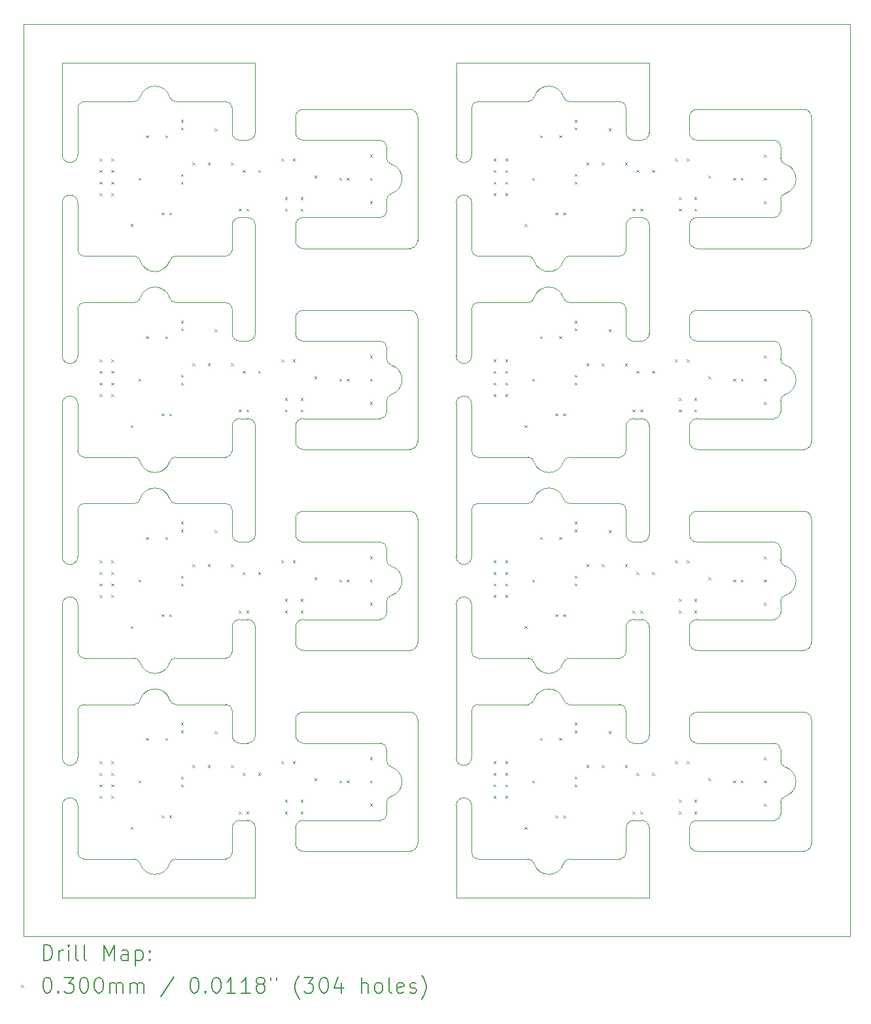
<source format=gbr>
%TF.GenerationSoftware,KiCad,Pcbnew,9.0.3*%
%TF.CreationDate,2025-08-08T18:23:52+02:00*%
%TF.ProjectId,iagabel-panel,69616761-6265-46c2-9d70-616e656c2e6b,rev?*%
%TF.SameCoordinates,Original*%
%TF.FileFunction,Drillmap*%
%TF.FilePolarity,Positive*%
%FSLAX45Y45*%
G04 Gerber Fmt 4.5, Leading zero omitted, Abs format (unit mm)*
G04 Created by KiCad (PCBNEW 9.0.3) date 2025-08-08 18:23:52*
%MOMM*%
%LPD*%
G01*
G04 APERTURE LIST*
%ADD10C,0.050000*%
%ADD11C,0.200000*%
%ADD12C,0.100000*%
G04 APERTURE END LIST*
D10*
X-700000Y1000000D02*
X10000000Y1000000D01*
X10000000Y-10800000D01*
X-700000Y-10800000D01*
X-700000Y1000000D01*
X7400000Y-10300000D02*
X7400000Y-10100000D01*
X4900000Y-10300000D02*
X7400000Y-10300000D01*
X4900000Y-10100000D02*
X4900000Y-10300000D01*
X2300000Y-10300000D02*
X2300000Y-10100000D01*
X-200000Y-10300000D02*
X2300000Y-10300000D01*
X-200000Y-10100000D02*
X-200000Y-10300000D01*
X7400000Y500000D02*
X7400000Y300000D01*
X4900000Y500000D02*
X7400000Y500000D01*
X4900000Y300000D02*
X4900000Y500000D01*
X2300000Y500000D02*
X2300000Y300000D01*
X-200000Y500000D02*
X2300000Y500000D01*
X-200000Y300000D02*
X-200000Y500000D01*
X2820000Y-8200000D02*
X2820000Y-8000000D01*
X-200000Y-9110000D02*
G75*
G02*
X0Y-9110000I100000J0D01*
G01*
X2000000Y-7880000D02*
X2000000Y-8200000D01*
X2000000Y-9720000D02*
X2000000Y-9400000D01*
X4400000Y-9600000D02*
G75*
G02*
X4300000Y-9700000I-100000J0D01*
G01*
X2820711Y-9400000D02*
G75*
G02*
X2920711Y-9300001I99999J0D01*
G01*
X3Y-8489289D02*
G75*
G02*
X-200000Y-8490000I-100002J0D01*
G01*
X2300000Y-8200000D02*
X2300000Y-7500000D01*
X0Y-9110000D02*
X0Y-9720000D01*
X2920000Y-9700000D02*
G75*
G02*
X2820000Y-9600000I0J100000D01*
G01*
X2100000Y-9300000D02*
X2200000Y-9300000D01*
X2100000Y-8300000D02*
X2200000Y-8300000D01*
X2000000Y-9400000D02*
G75*
G02*
X2100000Y-9300000I100000J0D01*
G01*
X2300000Y-8200000D02*
G75*
G02*
X2200000Y-8300000I-100000J0D01*
G01*
X2820000Y-8000000D02*
G75*
G02*
X2920000Y-7900000I100000J0D01*
G01*
X2200000Y-9300000D02*
G75*
G02*
X2300000Y-9400000I0J-100000D01*
G01*
X2920000Y-8300000D02*
X3920000Y-8300000D01*
X-200000Y-9110000D02*
X-200000Y-10100000D01*
X4300000Y-7900000D02*
G75*
G02*
X4400000Y-8000000I0J-100000D01*
G01*
X2920000Y-9700000D02*
X4300000Y-9700000D01*
X0Y-7880000D02*
X3Y-8489289D01*
X2920000Y-8300000D02*
G75*
G02*
X2820000Y-8200000I0J100000D01*
G01*
X4400000Y-8000000D02*
X4400000Y-9600000D01*
X2820711Y-9400000D02*
X2820000Y-9600000D01*
X2100000Y-8300000D02*
G75*
G02*
X2000000Y-8200000I0J100000D01*
G01*
X2920711Y-9300000D02*
X3920000Y-9300000D01*
X-200000Y-8490000D02*
X-200000Y-7500000D01*
X2300000Y-9400000D02*
X2300000Y-10100000D01*
X2920000Y-7900000D02*
X4300000Y-7900000D01*
X3920000Y-8300000D02*
G75*
G02*
X4000000Y-8380000I0J-80000D01*
G01*
X2000000Y-9720000D02*
G75*
G02*
X1920000Y-9800000I-80000J0D01*
G01*
X1920000Y-7800000D02*
G75*
G02*
X2000000Y-7880000I0J-80000D01*
G01*
X4057143Y-8608337D02*
G75*
G02*
X4000000Y-8531133I22857J76667D01*
G01*
X4000000Y-9068330D02*
G75*
G02*
X4057143Y-8991665I80000J0D01*
G01*
X4000000Y-8531133D02*
X4000000Y-8380000D01*
X80000Y-7800000D02*
X731674Y-7800000D01*
X808337Y-7742857D02*
G75*
G02*
X1191663Y-7742857I191663J-57143D01*
G01*
X731670Y-9800000D02*
G75*
G02*
X808335Y-9857143I0J-80000D01*
G01*
X1191663Y-9857143D02*
G75*
G02*
X808337Y-9857143I-191663J57143D01*
G01*
X1268330Y-7800000D02*
G75*
G02*
X1191665Y-7742857I0J80000D01*
G01*
X4000000Y-9220000D02*
X4000000Y-9068330D01*
X1191663Y-9857143D02*
G75*
G02*
X1268867Y-9800000I76667J-22857D01*
G01*
X0Y-7880000D02*
G75*
G02*
X80000Y-7800000I80000J0D01*
G01*
X80000Y-9800000D02*
G75*
G02*
X0Y-9720000I0J80000D01*
G01*
X1268867Y-9800000D02*
X1920000Y-9800000D01*
X80000Y-9800000D02*
X731670Y-9800000D01*
X808337Y-7742857D02*
G75*
G02*
X731674Y-7800000I-76663J22854D01*
G01*
X1268330Y-7800000D02*
X1920000Y-7800000D01*
X4000000Y-9220000D02*
G75*
G02*
X3920000Y-9300000I-80000J0D01*
G01*
X4057143Y-8608337D02*
G75*
G02*
X4057143Y-8991663I-57143J-191663D01*
G01*
X7920000Y-5600000D02*
X7920000Y-5400000D01*
X4900000Y-6510000D02*
G75*
G02*
X5100000Y-6510000I100000J0D01*
G01*
X7100000Y-5280000D02*
X7100000Y-5600000D01*
X7100000Y-7120000D02*
X7100000Y-6800000D01*
X9500000Y-7000000D02*
G75*
G02*
X9400000Y-7100000I-100000J0D01*
G01*
X7920711Y-6800000D02*
G75*
G02*
X8020711Y-6700001I99999J0D01*
G01*
X5100003Y-5889289D02*
G75*
G02*
X4900000Y-5890000I-100003J0D01*
G01*
X7400000Y-5600000D02*
X7400000Y-4900000D01*
X5100000Y-6510000D02*
X5100000Y-7120000D01*
X8020000Y-7100000D02*
G75*
G02*
X7920000Y-7000000I0J100000D01*
G01*
X7200000Y-6700000D02*
X7300000Y-6700000D01*
X7200000Y-5700000D02*
X7300000Y-5700000D01*
X7100000Y-6800000D02*
G75*
G02*
X7200000Y-6700000I100000J0D01*
G01*
X7400000Y-5600000D02*
G75*
G02*
X7300000Y-5700000I-100000J0D01*
G01*
X7920000Y-5400000D02*
G75*
G02*
X8020000Y-5300000I100000J0D01*
G01*
X7300000Y-6700000D02*
G75*
G02*
X7400000Y-6800000I0J-100000D01*
G01*
X8020000Y-5700000D02*
X9020000Y-5700000D01*
X4900000Y-6510000D02*
X4900000Y-7500000D01*
X9400000Y-5300000D02*
G75*
G02*
X9500000Y-5400000I0J-100000D01*
G01*
X8020000Y-7100000D02*
X9400000Y-7100000D01*
X5100000Y-5280000D02*
X5100003Y-5889289D01*
X8020000Y-5700000D02*
G75*
G02*
X7920000Y-5600000I0J100000D01*
G01*
X9500000Y-5400000D02*
X9500000Y-7000000D01*
X7920711Y-6800000D02*
X7920000Y-7000000D01*
X7200000Y-5700000D02*
G75*
G02*
X7100000Y-5600000I0J100000D01*
G01*
X8020711Y-6700000D02*
X9020000Y-6700000D01*
X4900000Y-5890000D02*
X4900000Y-4900000D01*
X7400000Y-6800000D02*
X7400000Y-7500000D01*
X8020000Y-5300000D02*
X9400000Y-5300000D01*
X9020000Y-5700000D02*
G75*
G02*
X9100000Y-5780000I0J-80000D01*
G01*
X7100000Y-7120000D02*
G75*
G02*
X7020000Y-7200000I-80000J0D01*
G01*
X7020000Y-5200000D02*
G75*
G02*
X7100000Y-5280000I0J-80000D01*
G01*
X9157143Y-6008337D02*
G75*
G02*
X9100000Y-5931133I22857J76667D01*
G01*
X9100000Y-6468330D02*
G75*
G02*
X9157143Y-6391665I80000J0D01*
G01*
X9100000Y-5931133D02*
X9100000Y-5780000D01*
X5180000Y-5200000D02*
X5831674Y-5200000D01*
X5908337Y-5142857D02*
G75*
G02*
X6291663Y-5142857I191663J-57143D01*
G01*
X5831670Y-7200000D02*
G75*
G02*
X5908335Y-7257143I0J-80000D01*
G01*
X6291663Y-7257143D02*
G75*
G02*
X5908337Y-7257143I-191663J57143D01*
G01*
X6368330Y-5200000D02*
G75*
G02*
X6291664Y-5142857I0J80000D01*
G01*
X9100000Y-6620000D02*
X9100000Y-6468330D01*
X6291663Y-7257143D02*
G75*
G02*
X6368867Y-7200000I76667J-22857D01*
G01*
X5100000Y-5280000D02*
G75*
G02*
X5180000Y-5200000I80000J0D01*
G01*
X5180000Y-7200000D02*
G75*
G02*
X5100000Y-7120000I0J80000D01*
G01*
X6368867Y-7200000D02*
X7020000Y-7200000D01*
X5180000Y-7200000D02*
X5831670Y-7200000D01*
X5908337Y-5142857D02*
G75*
G02*
X5831674Y-5200000I-76663J22854D01*
G01*
X6368330Y-5200000D02*
X7020000Y-5200000D01*
X9100000Y-6620000D02*
G75*
G02*
X9020000Y-6700000I-80000J0D01*
G01*
X9157143Y-6008337D02*
G75*
G02*
X9157143Y-6391663I-57143J-191663D01*
G01*
X2820000Y-5600000D02*
X2820000Y-5400000D01*
X-200000Y-6510000D02*
G75*
G02*
X0Y-6510000I100000J0D01*
G01*
X2000000Y-5280000D02*
X2000000Y-5600000D01*
X2000000Y-7120000D02*
X2000000Y-6800000D01*
X4400000Y-7000000D02*
G75*
G02*
X4300000Y-7100000I-100000J0D01*
G01*
X2820711Y-6800000D02*
G75*
G02*
X2920711Y-6700001I99999J0D01*
G01*
X3Y-5889289D02*
G75*
G02*
X-200000Y-5890000I-100002J0D01*
G01*
X2300000Y-5600000D02*
X2300000Y-4900000D01*
X0Y-6510000D02*
X0Y-7120000D01*
X2920000Y-7100000D02*
G75*
G02*
X2820000Y-7000000I0J100000D01*
G01*
X2100000Y-6700000D02*
X2200000Y-6700000D01*
X2100000Y-5700000D02*
X2200000Y-5700000D01*
X2000000Y-6800000D02*
G75*
G02*
X2100000Y-6700000I100000J0D01*
G01*
X2300000Y-5600000D02*
G75*
G02*
X2200000Y-5700000I-100000J0D01*
G01*
X2820000Y-5400000D02*
G75*
G02*
X2920000Y-5300000I100000J0D01*
G01*
X2200000Y-6700000D02*
G75*
G02*
X2300000Y-6800000I0J-100000D01*
G01*
X2920000Y-5700000D02*
X3920000Y-5700000D01*
X-200000Y-6510000D02*
X-200000Y-7500000D01*
X4300000Y-5300000D02*
G75*
G02*
X4400000Y-5400000I0J-100000D01*
G01*
X2920000Y-7100000D02*
X4300000Y-7100000D01*
X0Y-5280000D02*
X3Y-5889289D01*
X2920000Y-5700000D02*
G75*
G02*
X2820000Y-5600000I0J100000D01*
G01*
X4400000Y-5400000D02*
X4400000Y-7000000D01*
X2820711Y-6800000D02*
X2820000Y-7000000D01*
X2100000Y-5700000D02*
G75*
G02*
X2000000Y-5600000I0J100000D01*
G01*
X2920711Y-6700000D02*
X3920000Y-6700000D01*
X-200000Y-5890000D02*
X-200000Y-4900000D01*
X2300000Y-6800000D02*
X2300000Y-7500000D01*
X2920000Y-5300000D02*
X4300000Y-5300000D01*
X3920000Y-5700000D02*
G75*
G02*
X4000000Y-5780000I0J-80000D01*
G01*
X2000000Y-7120000D02*
G75*
G02*
X1920000Y-7200000I-80000J0D01*
G01*
X1920000Y-5200000D02*
G75*
G02*
X2000000Y-5280000I0J-80000D01*
G01*
X4057143Y-6008337D02*
G75*
G02*
X4000000Y-5931133I22857J76667D01*
G01*
X4000000Y-6468330D02*
G75*
G02*
X4057143Y-6391665I80000J0D01*
G01*
X4000000Y-5931133D02*
X4000000Y-5780000D01*
X80000Y-5200000D02*
X731674Y-5200000D01*
X808337Y-5142857D02*
G75*
G02*
X1191663Y-5142857I191663J-57143D01*
G01*
X731670Y-7200000D02*
G75*
G02*
X808335Y-7257143I0J-80000D01*
G01*
X1191663Y-7257143D02*
G75*
G02*
X808337Y-7257143I-191663J57143D01*
G01*
X1268330Y-5200000D02*
G75*
G02*
X1191665Y-5142857I0J80000D01*
G01*
X4000000Y-6620000D02*
X4000000Y-6468330D01*
X1191663Y-7257143D02*
G75*
G02*
X1268867Y-7200000I76667J-22857D01*
G01*
X0Y-5280000D02*
G75*
G02*
X80000Y-5200000I80000J0D01*
G01*
X80000Y-7200000D02*
G75*
G02*
X0Y-7120000I0J80000D01*
G01*
X1268867Y-7200000D02*
X1920000Y-7200000D01*
X80000Y-7200000D02*
X731670Y-7200000D01*
X808337Y-5142857D02*
G75*
G02*
X731674Y-5200000I-76663J22854D01*
G01*
X1268330Y-5200000D02*
X1920000Y-5200000D01*
X4000000Y-6620000D02*
G75*
G02*
X3920000Y-6700000I-80000J0D01*
G01*
X4057143Y-6008337D02*
G75*
G02*
X4057143Y-6391663I-57143J-191663D01*
G01*
X7920000Y-3000000D02*
X7920000Y-2800000D01*
X4900000Y-3910000D02*
G75*
G02*
X5100000Y-3910000I100000J0D01*
G01*
X7100000Y-2680000D02*
X7100000Y-3000000D01*
X7100000Y-4520000D02*
X7100000Y-4200000D01*
X9500000Y-4400000D02*
G75*
G02*
X9400000Y-4500000I-100000J0D01*
G01*
X7920711Y-4200000D02*
G75*
G02*
X8020711Y-4100001I99999J0D01*
G01*
X5100003Y-3289289D02*
G75*
G02*
X4900000Y-3290000I-100003J0D01*
G01*
X7400000Y-3000000D02*
X7400000Y-2300000D01*
X5100000Y-3910000D02*
X5100000Y-4520000D01*
X8020000Y-4500000D02*
G75*
G02*
X7920000Y-4400000I0J100000D01*
G01*
X7200000Y-4100000D02*
X7300000Y-4100000D01*
X7200000Y-3100000D02*
X7300000Y-3100000D01*
X7100000Y-4200000D02*
G75*
G02*
X7200000Y-4100000I100000J0D01*
G01*
X7400000Y-3000000D02*
G75*
G02*
X7300000Y-3100000I-100000J0D01*
G01*
X7920000Y-2800000D02*
G75*
G02*
X8020000Y-2700000I100000J0D01*
G01*
X7300000Y-4100000D02*
G75*
G02*
X7400000Y-4200000I0J-100000D01*
G01*
X8020000Y-3100000D02*
X9020000Y-3100000D01*
X4900000Y-3910000D02*
X4900000Y-4900000D01*
X9400000Y-2700000D02*
G75*
G02*
X9500000Y-2800000I0J-100000D01*
G01*
X8020000Y-4500000D02*
X9400000Y-4500000D01*
X5100000Y-2680000D02*
X5100003Y-3289289D01*
X8020000Y-3100000D02*
G75*
G02*
X7920000Y-3000000I0J100000D01*
G01*
X9500000Y-2800000D02*
X9500000Y-4400000D01*
X7920711Y-4200000D02*
X7920000Y-4400000D01*
X7200000Y-3100000D02*
G75*
G02*
X7100000Y-3000000I0J100000D01*
G01*
X8020711Y-4100000D02*
X9020000Y-4100000D01*
X4900000Y-3290000D02*
X4900000Y-2300000D01*
X7400000Y-4200000D02*
X7400000Y-4900000D01*
X8020000Y-2700000D02*
X9400000Y-2700000D01*
X9020000Y-3100000D02*
G75*
G02*
X9100000Y-3180000I0J-80000D01*
G01*
X7100000Y-4520000D02*
G75*
G02*
X7020000Y-4600000I-80000J0D01*
G01*
X7020000Y-2600000D02*
G75*
G02*
X7100000Y-2680000I0J-80000D01*
G01*
X9157143Y-3408337D02*
G75*
G02*
X9100000Y-3331133I22857J76667D01*
G01*
X9100000Y-3868330D02*
G75*
G02*
X9157143Y-3791665I80000J0D01*
G01*
X9100000Y-3331133D02*
X9100000Y-3180000D01*
X5180000Y-2600000D02*
X5831674Y-2600000D01*
X5908337Y-2542857D02*
G75*
G02*
X6291663Y-2542857I191663J-57143D01*
G01*
X5831670Y-4600000D02*
G75*
G02*
X5908335Y-4657143I0J-80000D01*
G01*
X6291663Y-4657143D02*
G75*
G02*
X5908337Y-4657143I-191663J57143D01*
G01*
X6368330Y-2600000D02*
G75*
G02*
X6291664Y-2542857I0J80000D01*
G01*
X9100000Y-4020000D02*
X9100000Y-3868330D01*
X6291663Y-4657143D02*
G75*
G02*
X6368867Y-4600000I76667J-22857D01*
G01*
X5100000Y-2680000D02*
G75*
G02*
X5180000Y-2600000I80000J0D01*
G01*
X5180000Y-4600000D02*
G75*
G02*
X5100000Y-4520000I0J80000D01*
G01*
X6368867Y-4600000D02*
X7020000Y-4600000D01*
X5180000Y-4600000D02*
X5831670Y-4600000D01*
X5908337Y-2542857D02*
G75*
G02*
X5831674Y-2600000I-76663J22854D01*
G01*
X6368330Y-2600000D02*
X7020000Y-2600000D01*
X9100000Y-4020000D02*
G75*
G02*
X9020000Y-4100000I-80000J0D01*
G01*
X9157143Y-3408337D02*
G75*
G02*
X9157143Y-3791663I-57143J-191663D01*
G01*
X2820000Y-3000000D02*
X2820000Y-2800000D01*
X-200000Y-3910000D02*
G75*
G02*
X0Y-3910000I100000J0D01*
G01*
X2000000Y-2680000D02*
X2000000Y-3000000D01*
X2000000Y-4520000D02*
X2000000Y-4200000D01*
X4400000Y-4400000D02*
G75*
G02*
X4300000Y-4500000I-100000J0D01*
G01*
X2820711Y-4200000D02*
G75*
G02*
X2920711Y-4100001I99999J0D01*
G01*
X3Y-3289289D02*
G75*
G02*
X-200000Y-3290000I-100002J0D01*
G01*
X2300000Y-3000000D02*
X2300000Y-2300000D01*
X0Y-3910000D02*
X0Y-4520000D01*
X2920000Y-4500000D02*
G75*
G02*
X2820000Y-4400000I0J100000D01*
G01*
X2100000Y-4100000D02*
X2200000Y-4100000D01*
X2100000Y-3100000D02*
X2200000Y-3100000D01*
X2000000Y-4200000D02*
G75*
G02*
X2100000Y-4100000I100000J0D01*
G01*
X2300000Y-3000000D02*
G75*
G02*
X2200000Y-3100000I-100000J0D01*
G01*
X2820000Y-2800000D02*
G75*
G02*
X2920000Y-2700000I100000J0D01*
G01*
X2200000Y-4100000D02*
G75*
G02*
X2300000Y-4200000I0J-100000D01*
G01*
X2920000Y-3100000D02*
X3920000Y-3100000D01*
X-200000Y-3910000D02*
X-200000Y-4900000D01*
X4300000Y-2700000D02*
G75*
G02*
X4400000Y-2800000I0J-100000D01*
G01*
X2920000Y-4500000D02*
X4300000Y-4500000D01*
X0Y-2680000D02*
X3Y-3289289D01*
X2920000Y-3100000D02*
G75*
G02*
X2820000Y-3000000I0J100000D01*
G01*
X4400000Y-2800000D02*
X4400000Y-4400000D01*
X2820711Y-4200000D02*
X2820000Y-4400000D01*
X2100000Y-3100000D02*
G75*
G02*
X2000000Y-3000000I0J100000D01*
G01*
X2920711Y-4100000D02*
X3920000Y-4100000D01*
X-200000Y-3290000D02*
X-200000Y-2300000D01*
X2300000Y-4200000D02*
X2300000Y-4900000D01*
X2920000Y-2700000D02*
X4300000Y-2700000D01*
X3920000Y-3100000D02*
G75*
G02*
X4000000Y-3180000I0J-80000D01*
G01*
X2000000Y-4520000D02*
G75*
G02*
X1920000Y-4600000I-80000J0D01*
G01*
X1920000Y-2600000D02*
G75*
G02*
X2000000Y-2680000I0J-80000D01*
G01*
X4057143Y-3408337D02*
G75*
G02*
X4000000Y-3331133I22857J76667D01*
G01*
X4000000Y-3868330D02*
G75*
G02*
X4057143Y-3791665I80000J0D01*
G01*
X4000000Y-3331133D02*
X4000000Y-3180000D01*
X80000Y-2600000D02*
X731674Y-2600000D01*
X808337Y-2542857D02*
G75*
G02*
X1191663Y-2542857I191663J-57143D01*
G01*
X731670Y-4600000D02*
G75*
G02*
X808335Y-4657143I0J-80000D01*
G01*
X1191663Y-4657143D02*
G75*
G02*
X808337Y-4657143I-191663J57143D01*
G01*
X1268330Y-2600000D02*
G75*
G02*
X1191665Y-2542857I0J80000D01*
G01*
X4000000Y-4020000D02*
X4000000Y-3868330D01*
X1191663Y-4657143D02*
G75*
G02*
X1268867Y-4600000I76667J-22857D01*
G01*
X0Y-2680000D02*
G75*
G02*
X80000Y-2600000I80000J0D01*
G01*
X80000Y-4600000D02*
G75*
G02*
X0Y-4520000I0J80000D01*
G01*
X1268867Y-4600000D02*
X1920000Y-4600000D01*
X80000Y-4600000D02*
X731670Y-4600000D01*
X808337Y-2542857D02*
G75*
G02*
X731674Y-2600000I-76663J22854D01*
G01*
X1268330Y-2600000D02*
X1920000Y-2600000D01*
X4000000Y-4020000D02*
G75*
G02*
X3920000Y-4100000I-80000J0D01*
G01*
X4057143Y-3408337D02*
G75*
G02*
X4057143Y-3791663I-57143J-191663D01*
G01*
X7920000Y-400000D02*
X7920000Y-200000D01*
X4900000Y-1310000D02*
G75*
G02*
X5100000Y-1310000I100000J0D01*
G01*
X7100000Y-80000D02*
X7100000Y-400000D01*
X7100000Y-1920000D02*
X7100000Y-1600000D01*
X9500000Y-1800000D02*
G75*
G02*
X9400000Y-1900000I-100000J0D01*
G01*
X7920711Y-1600000D02*
G75*
G02*
X8020711Y-1500001I99999J0D01*
G01*
X5100003Y-689289D02*
G75*
G02*
X4900000Y-690000I-100003J0D01*
G01*
X7400000Y-400000D02*
X7400000Y300000D01*
X5100000Y-1310000D02*
X5100000Y-1920000D01*
X8020000Y-1900000D02*
G75*
G02*
X7920000Y-1800000I0J100000D01*
G01*
X7200000Y-1500000D02*
X7300000Y-1500000D01*
X7200000Y-500000D02*
X7300000Y-500000D01*
X7100000Y-1600000D02*
G75*
G02*
X7200000Y-1500000I100000J0D01*
G01*
X7400000Y-400000D02*
G75*
G02*
X7300000Y-500000I-100000J0D01*
G01*
X7920000Y-200000D02*
G75*
G02*
X8020000Y-100000I100000J0D01*
G01*
X7300000Y-1500000D02*
G75*
G02*
X7400000Y-1600000I0J-100000D01*
G01*
X8020000Y-500000D02*
X9020000Y-500000D01*
X4900000Y-1310000D02*
X4900000Y-2300000D01*
X9400000Y-100000D02*
G75*
G02*
X9500000Y-200000I0J-100000D01*
G01*
X8020000Y-1900000D02*
X9400000Y-1900000D01*
X5100000Y-80000D02*
X5100003Y-689289D01*
X8020000Y-500000D02*
G75*
G02*
X7920000Y-400000I0J100000D01*
G01*
X9500000Y-200000D02*
X9500000Y-1800000D01*
X7920711Y-1600000D02*
X7920000Y-1800000D01*
X7200000Y-500000D02*
G75*
G02*
X7100000Y-400000I0J100000D01*
G01*
X8020711Y-1500000D02*
X9020000Y-1500000D01*
X4900000Y-690000D02*
X4900000Y300000D01*
X7400000Y-1600000D02*
X7400000Y-2300000D01*
X8020000Y-100000D02*
X9400000Y-100000D01*
X9020000Y-500000D02*
G75*
G02*
X9100000Y-580000I0J-80000D01*
G01*
X7100000Y-1920000D02*
G75*
G02*
X7020000Y-2000000I-80000J0D01*
G01*
X7020000Y0D02*
G75*
G02*
X7100000Y-80000I0J-80000D01*
G01*
X9157143Y-808337D02*
G75*
G02*
X9100000Y-731133I22857J76667D01*
G01*
X9100000Y-1268330D02*
G75*
G02*
X9157143Y-1191665I80000J0D01*
G01*
X9100000Y-731133D02*
X9100000Y-580000D01*
X5180000Y0D02*
X5831674Y0D01*
X5908337Y57143D02*
G75*
G02*
X6291663Y57143I191663J-57143D01*
G01*
X5831670Y-2000000D02*
G75*
G02*
X5908335Y-2057143I0J-80000D01*
G01*
X6291663Y-2057143D02*
G75*
G02*
X5908337Y-2057143I-191663J57143D01*
G01*
X6368330Y0D02*
G75*
G02*
X6291664Y57143I0J80000D01*
G01*
X9100000Y-1420000D02*
X9100000Y-1268330D01*
X6291663Y-2057143D02*
G75*
G02*
X6368867Y-2000000I76667J-22857D01*
G01*
X5100000Y-80000D02*
G75*
G02*
X5180000Y0I80000J0D01*
G01*
X5180000Y-2000000D02*
G75*
G02*
X5100000Y-1920000I0J80000D01*
G01*
X6368867Y-2000000D02*
X7020000Y-2000000D01*
X5180000Y-2000000D02*
X5831670Y-2000000D01*
X5908337Y57143D02*
G75*
G02*
X5831674Y0I-76663J22854D01*
G01*
X6368330Y0D02*
X7020000Y0D01*
X9100000Y-1420000D02*
G75*
G02*
X9020000Y-1500000I-80000J0D01*
G01*
X9157143Y-808337D02*
G75*
G02*
X9157143Y-1191663I-57143J-191663D01*
G01*
X2820000Y-400000D02*
X2820000Y-200000D01*
X-200000Y-1310000D02*
G75*
G02*
X0Y-1310000I100000J0D01*
G01*
X2000000Y-80000D02*
X2000000Y-400000D01*
X2000000Y-1920000D02*
X2000000Y-1600000D01*
X4400000Y-1800000D02*
G75*
G02*
X4300000Y-1900000I-100000J0D01*
G01*
X2820711Y-1600000D02*
G75*
G02*
X2920711Y-1500001I99999J0D01*
G01*
X3Y-689289D02*
G75*
G02*
X-200000Y-690000I-100002J0D01*
G01*
X2300000Y-400000D02*
X2300000Y300000D01*
X0Y-1310000D02*
X0Y-1920000D01*
X2920000Y-1900000D02*
G75*
G02*
X2820000Y-1800000I0J100000D01*
G01*
X2100000Y-1500000D02*
X2200000Y-1500000D01*
X2100000Y-500000D02*
X2200000Y-500000D01*
X2000000Y-1600000D02*
G75*
G02*
X2100000Y-1500000I100000J0D01*
G01*
X2300000Y-400000D02*
G75*
G02*
X2200000Y-500000I-100000J0D01*
G01*
X2820000Y-200000D02*
G75*
G02*
X2920000Y-100000I100000J0D01*
G01*
X2200000Y-1500000D02*
G75*
G02*
X2300000Y-1600000I0J-100000D01*
G01*
X2920000Y-500000D02*
X3920000Y-500000D01*
X-200000Y-1310000D02*
X-200000Y-2300000D01*
X4300000Y-100000D02*
G75*
G02*
X4400000Y-200000I0J-100000D01*
G01*
X2920000Y-1900000D02*
X4300000Y-1900000D01*
X0Y-80000D02*
X3Y-689289D01*
X2920000Y-500000D02*
G75*
G02*
X2820000Y-400000I0J100000D01*
G01*
X4400000Y-200000D02*
X4400000Y-1800000D01*
X2820711Y-1600000D02*
X2820000Y-1800000D01*
X2100000Y-500000D02*
G75*
G02*
X2000000Y-400000I0J100000D01*
G01*
X2920711Y-1500000D02*
X3920000Y-1500000D01*
X-200000Y-690000D02*
X-200000Y300000D01*
X2300000Y-1600000D02*
X2300000Y-2300000D01*
X2920000Y-100000D02*
X4300000Y-100000D01*
X3920000Y-500000D02*
G75*
G02*
X4000000Y-580000I0J-80000D01*
G01*
X2000000Y-1920000D02*
G75*
G02*
X1920000Y-2000000I-80000J0D01*
G01*
X1920000Y0D02*
G75*
G02*
X2000000Y-80000I0J-80000D01*
G01*
X4057143Y-808337D02*
G75*
G02*
X4000000Y-731133I22857J76667D01*
G01*
X4000000Y-1268330D02*
G75*
G02*
X4057143Y-1191665I80000J0D01*
G01*
X4000000Y-731133D02*
X4000000Y-580000D01*
X80000Y0D02*
X731674Y0D01*
X808337Y57143D02*
G75*
G02*
X1191663Y57143I191663J-57143D01*
G01*
X731670Y-2000000D02*
G75*
G02*
X808335Y-2057143I0J-80000D01*
G01*
X1191663Y-2057143D02*
G75*
G02*
X808337Y-2057143I-191663J57143D01*
G01*
X1268330Y0D02*
G75*
G02*
X1191665Y57143I0J80000D01*
G01*
X4000000Y-1420000D02*
X4000000Y-1268330D01*
X1191663Y-2057143D02*
G75*
G02*
X1268867Y-2000000I76667J-22857D01*
G01*
X0Y-80000D02*
G75*
G02*
X80000Y0I80000J0D01*
G01*
X80000Y-2000000D02*
G75*
G02*
X0Y-1920000I0J80000D01*
G01*
X1268867Y-2000000D02*
X1920000Y-2000000D01*
X80000Y-2000000D02*
X731670Y-2000000D01*
X808337Y57143D02*
G75*
G02*
X731674Y0I-76663J22854D01*
G01*
X1268330Y0D02*
X1920000Y0D01*
X4000000Y-1420000D02*
G75*
G02*
X3920000Y-1500000I-80000J0D01*
G01*
X4057143Y-808337D02*
G75*
G02*
X4057143Y-1191663I-57143J-191663D01*
G01*
X7920000Y-8200000D02*
X7920000Y-8000000D01*
X4900000Y-9110000D02*
G75*
G02*
X5100000Y-9110000I100000J0D01*
G01*
X7100000Y-7880000D02*
X7100000Y-8200000D01*
X7100000Y-9720000D02*
X7100000Y-9400000D01*
X7920711Y-9400000D02*
G75*
G02*
X8020711Y-9300001I99999J0D01*
G01*
X5100003Y-8489289D02*
G75*
G02*
X4900000Y-8490000I-100003J0D01*
G01*
X7400000Y-8200000D02*
X7400000Y-7500000D01*
X7200000Y-9300000D02*
X7300000Y-9300000D01*
X7200000Y-8300000D02*
X7300000Y-8300000D01*
X7400000Y-8200000D02*
G75*
G02*
X7300000Y-8300000I-100000J0D01*
G01*
X8020000Y-8300000D02*
X9020000Y-8300000D01*
X8020000Y-9700000D02*
X9400000Y-9700000D01*
X7920000Y-8000000D02*
G75*
G02*
X8020000Y-7900000I100000J0D01*
G01*
X5100000Y-7880000D02*
X5100003Y-8489289D01*
X8020000Y-8300000D02*
G75*
G02*
X7920000Y-8200000I0J100000D01*
G01*
X7200000Y-8300000D02*
G75*
G02*
X7100000Y-8200000I0J100000D01*
G01*
X8020711Y-9300000D02*
X9020000Y-9300000D01*
X4900000Y-8490000D02*
X4900000Y-7500000D01*
X8020000Y-7900000D02*
X9400000Y-7900000D01*
X6368330Y-7800000D02*
X7020000Y-7800000D01*
X9500000Y-9600000D02*
G75*
G02*
X9400000Y-9700000I-100000J0D01*
G01*
X7300000Y-9300000D02*
G75*
G02*
X7400000Y-9400000I0J-100000D01*
G01*
X7400000Y-9400000D02*
X7400000Y-10100000D01*
X5180000Y-7800000D02*
X5831674Y-7800000D01*
X5100000Y-7880000D02*
G75*
G02*
X5180000Y-7800000I80000J0D01*
G01*
X9100000Y-8531133D02*
X9100000Y-8380000D01*
X8020000Y-9700000D02*
G75*
G02*
X7920000Y-9600000I0J100000D01*
G01*
X9100000Y-9220000D02*
X9100000Y-9068330D01*
X9500000Y-8000000D02*
X9500000Y-9600000D01*
X7020000Y-7800000D02*
G75*
G02*
X7100000Y-7880000I0J-80000D01*
G01*
X6368330Y-7800000D02*
G75*
G02*
X6291664Y-7742857I0J80000D01*
G01*
X6291663Y-9857143D02*
G75*
G02*
X5908337Y-9857143I-191663J57143D01*
G01*
X9100000Y-9068330D02*
G75*
G02*
X9157143Y-8991665I80000J0D01*
G01*
X9157143Y-8608337D02*
G75*
G02*
X9100000Y-8531133I22857J76667D01*
G01*
X5908337Y-7742857D02*
G75*
G02*
X6291663Y-7742857I191663J-57143D01*
G01*
X5831670Y-9800000D02*
G75*
G02*
X5908335Y-9857143I0J-80000D01*
G01*
X5180000Y-9800000D02*
G75*
G02*
X5100000Y-9720000I0J80000D01*
G01*
X6368867Y-9800000D02*
X7020000Y-9800000D01*
X5100000Y-9110000D02*
X5100000Y-9720000D01*
X7920711Y-9400000D02*
X7920000Y-9600000D01*
X5180000Y-9800000D02*
X5831670Y-9800000D01*
X7100000Y-9400000D02*
G75*
G02*
X7200000Y-9300000I100000J0D01*
G01*
X5908337Y-7742857D02*
G75*
G02*
X5831674Y-7800000I-76663J22854D01*
G01*
X7100000Y-9720000D02*
G75*
G02*
X7020000Y-9800000I-80000J0D01*
G01*
X4900000Y-9110000D02*
X4900000Y-10100000D01*
X9400000Y-7900000D02*
G75*
G02*
X9500000Y-8000000I0J-100000D01*
G01*
X9020000Y-8300000D02*
G75*
G02*
X9100000Y-8380000I0J-80000D01*
G01*
X9157143Y-8608337D02*
G75*
G02*
X9157143Y-8991663I-57143J-191663D01*
G01*
X6291663Y-9857143D02*
G75*
G02*
X6368867Y-9800000I76667J-22857D01*
G01*
X9100000Y-9220000D02*
G75*
G02*
X9020000Y-9300000I-80000J0D01*
G01*
D11*
D12*
X285000Y-735000D02*
X315000Y-765000D01*
X315000Y-735000D02*
X285000Y-765000D01*
X285000Y-885000D02*
X315000Y-915000D01*
X315000Y-885000D02*
X285000Y-915000D01*
X285000Y-1035000D02*
X315000Y-1065000D01*
X315000Y-1035000D02*
X285000Y-1065000D01*
X285000Y-1185000D02*
X315000Y-1215000D01*
X315000Y-1185000D02*
X285000Y-1215000D01*
X285000Y-3335000D02*
X315000Y-3365000D01*
X315000Y-3335000D02*
X285000Y-3365000D01*
X285000Y-3485000D02*
X315000Y-3515000D01*
X315000Y-3485000D02*
X285000Y-3515000D01*
X285000Y-3635000D02*
X315000Y-3665000D01*
X315000Y-3635000D02*
X285000Y-3665000D01*
X285000Y-3785000D02*
X315000Y-3815000D01*
X315000Y-3785000D02*
X285000Y-3815000D01*
X285000Y-5935000D02*
X315000Y-5965000D01*
X315000Y-5935000D02*
X285000Y-5965000D01*
X285000Y-6085000D02*
X315000Y-6115000D01*
X315000Y-6085000D02*
X285000Y-6115000D01*
X285000Y-6235000D02*
X315000Y-6265000D01*
X315000Y-6235000D02*
X285000Y-6265000D01*
X285000Y-6385000D02*
X315000Y-6415000D01*
X315000Y-6385000D02*
X285000Y-6415000D01*
X285000Y-8535000D02*
X315000Y-8565000D01*
X315000Y-8535000D02*
X285000Y-8565000D01*
X285000Y-8685000D02*
X315000Y-8715000D01*
X315000Y-8685000D02*
X285000Y-8715000D01*
X285000Y-8835000D02*
X315000Y-8865000D01*
X315000Y-8835000D02*
X285000Y-8865000D01*
X285000Y-8985000D02*
X315000Y-9015000D01*
X315000Y-8985000D02*
X285000Y-9015000D01*
X435000Y-735000D02*
X465000Y-765000D01*
X465000Y-735000D02*
X435000Y-765000D01*
X435000Y-885000D02*
X465000Y-915000D01*
X465000Y-885000D02*
X435000Y-915000D01*
X435000Y-1035000D02*
X465000Y-1065000D01*
X465000Y-1035000D02*
X435000Y-1065000D01*
X435000Y-1185000D02*
X465000Y-1215000D01*
X465000Y-1185000D02*
X435000Y-1215000D01*
X435000Y-3335000D02*
X465000Y-3365000D01*
X465000Y-3335000D02*
X435000Y-3365000D01*
X435000Y-3485000D02*
X465000Y-3515000D01*
X465000Y-3485000D02*
X435000Y-3515000D01*
X435000Y-3635000D02*
X465000Y-3665000D01*
X465000Y-3635000D02*
X435000Y-3665000D01*
X435000Y-3785000D02*
X465000Y-3815000D01*
X465000Y-3785000D02*
X435000Y-3815000D01*
X435000Y-5935000D02*
X465000Y-5965000D01*
X465000Y-5935000D02*
X435000Y-5965000D01*
X435000Y-6085000D02*
X465000Y-6115000D01*
X465000Y-6085000D02*
X435000Y-6115000D01*
X435000Y-6235000D02*
X465000Y-6265000D01*
X465000Y-6235000D02*
X435000Y-6265000D01*
X435000Y-6385000D02*
X465000Y-6415000D01*
X465000Y-6385000D02*
X435000Y-6415000D01*
X435000Y-8535000D02*
X465000Y-8565000D01*
X465000Y-8535000D02*
X435000Y-8565000D01*
X435000Y-8685000D02*
X465000Y-8715000D01*
X465000Y-8685000D02*
X435000Y-8715000D01*
X435000Y-8835000D02*
X465000Y-8865000D01*
X465000Y-8835000D02*
X435000Y-8865000D01*
X435000Y-8985000D02*
X465000Y-9015000D01*
X465000Y-8985000D02*
X435000Y-9015000D01*
X685000Y-1585000D02*
X715000Y-1615000D01*
X715000Y-1585000D02*
X685000Y-1615000D01*
X685000Y-4185000D02*
X715000Y-4215000D01*
X715000Y-4185000D02*
X685000Y-4215000D01*
X685000Y-6785000D02*
X715000Y-6815000D01*
X715000Y-6785000D02*
X685000Y-6815000D01*
X685000Y-9385000D02*
X715000Y-9415000D01*
X715000Y-9385000D02*
X685000Y-9415000D01*
X785000Y-985000D02*
X815000Y-1015000D01*
X815000Y-985000D02*
X785000Y-1015000D01*
X785000Y-3585000D02*
X815000Y-3615000D01*
X815000Y-3585000D02*
X785000Y-3615000D01*
X785000Y-6185000D02*
X815000Y-6215000D01*
X815000Y-6185000D02*
X785000Y-6215000D01*
X785000Y-8785000D02*
X815000Y-8815000D01*
X815000Y-8785000D02*
X785000Y-8815000D01*
X885000Y-435000D02*
X915000Y-465000D01*
X915000Y-435000D02*
X885000Y-465000D01*
X885000Y-3035000D02*
X915000Y-3065000D01*
X915000Y-3035000D02*
X885000Y-3065000D01*
X885000Y-5635000D02*
X915000Y-5665000D01*
X915000Y-5635000D02*
X885000Y-5665000D01*
X885000Y-8235000D02*
X915000Y-8265000D01*
X915000Y-8235000D02*
X885000Y-8265000D01*
X1085000Y-1435000D02*
X1115000Y-1465000D01*
X1115000Y-1435000D02*
X1085000Y-1465000D01*
X1085000Y-4035000D02*
X1115000Y-4065000D01*
X1115000Y-4035000D02*
X1085000Y-4065000D01*
X1085000Y-6635000D02*
X1115000Y-6665000D01*
X1115000Y-6635000D02*
X1085000Y-6665000D01*
X1085000Y-9235000D02*
X1115000Y-9265000D01*
X1115000Y-9235000D02*
X1085000Y-9265000D01*
X1135000Y-435000D02*
X1165000Y-465000D01*
X1165000Y-435000D02*
X1135000Y-465000D01*
X1135000Y-3035000D02*
X1165000Y-3065000D01*
X1165000Y-3035000D02*
X1135000Y-3065000D01*
X1135000Y-5635000D02*
X1165000Y-5665000D01*
X1165000Y-5635000D02*
X1135000Y-5665000D01*
X1135000Y-8235000D02*
X1165000Y-8265000D01*
X1165000Y-8235000D02*
X1135000Y-8265000D01*
X1185000Y-1435000D02*
X1215000Y-1465000D01*
X1215000Y-1435000D02*
X1185000Y-1465000D01*
X1185000Y-4035000D02*
X1215000Y-4065000D01*
X1215000Y-4035000D02*
X1185000Y-4065000D01*
X1185000Y-6635000D02*
X1215000Y-6665000D01*
X1215000Y-6635000D02*
X1185000Y-6665000D01*
X1185000Y-9235000D02*
X1215000Y-9265000D01*
X1215000Y-9235000D02*
X1185000Y-9265000D01*
X1335000Y-235000D02*
X1365000Y-265000D01*
X1365000Y-235000D02*
X1335000Y-265000D01*
X1335000Y-335000D02*
X1365000Y-365000D01*
X1365000Y-335000D02*
X1335000Y-365000D01*
X1335000Y-935000D02*
X1365000Y-965000D01*
X1365000Y-935000D02*
X1335000Y-965000D01*
X1335000Y-1035000D02*
X1365000Y-1065000D01*
X1365000Y-1035000D02*
X1335000Y-1065000D01*
X1335000Y-2835000D02*
X1365000Y-2865000D01*
X1365000Y-2835000D02*
X1335000Y-2865000D01*
X1335000Y-2935000D02*
X1365000Y-2965000D01*
X1365000Y-2935000D02*
X1335000Y-2965000D01*
X1335000Y-3535000D02*
X1365000Y-3565000D01*
X1365000Y-3535000D02*
X1335000Y-3565000D01*
X1335000Y-3635000D02*
X1365000Y-3665000D01*
X1365000Y-3635000D02*
X1335000Y-3665000D01*
X1335000Y-5435000D02*
X1365000Y-5465000D01*
X1365000Y-5435000D02*
X1335000Y-5465000D01*
X1335000Y-5535000D02*
X1365000Y-5565000D01*
X1365000Y-5535000D02*
X1335000Y-5565000D01*
X1335000Y-6135000D02*
X1365000Y-6165000D01*
X1365000Y-6135000D02*
X1335000Y-6165000D01*
X1335000Y-6235000D02*
X1365000Y-6265000D01*
X1365000Y-6235000D02*
X1335000Y-6265000D01*
X1335000Y-8035000D02*
X1365000Y-8065000D01*
X1365000Y-8035000D02*
X1335000Y-8065000D01*
X1335000Y-8135000D02*
X1365000Y-8165000D01*
X1365000Y-8135000D02*
X1335000Y-8165000D01*
X1335000Y-8735000D02*
X1365000Y-8765000D01*
X1365000Y-8735000D02*
X1335000Y-8765000D01*
X1335000Y-8835000D02*
X1365000Y-8865000D01*
X1365000Y-8835000D02*
X1335000Y-8865000D01*
X1485000Y-785000D02*
X1515000Y-815000D01*
X1515000Y-785000D02*
X1485000Y-815000D01*
X1485000Y-3385000D02*
X1515000Y-3415000D01*
X1515000Y-3385000D02*
X1485000Y-3415000D01*
X1485000Y-5985000D02*
X1515000Y-6015000D01*
X1515000Y-5985000D02*
X1485000Y-6015000D01*
X1485000Y-8585000D02*
X1515000Y-8615000D01*
X1515000Y-8585000D02*
X1485000Y-8615000D01*
X1685000Y-785000D02*
X1715000Y-815000D01*
X1715000Y-785000D02*
X1685000Y-815000D01*
X1685000Y-3385000D02*
X1715000Y-3415000D01*
X1715000Y-3385000D02*
X1685000Y-3415000D01*
X1685000Y-5985000D02*
X1715000Y-6015000D01*
X1715000Y-5985000D02*
X1685000Y-6015000D01*
X1685000Y-8585000D02*
X1715000Y-8615000D01*
X1715000Y-8585000D02*
X1685000Y-8615000D01*
X1775000Y-345000D02*
X1805000Y-375000D01*
X1805000Y-345000D02*
X1775000Y-375000D01*
X1775000Y-2945000D02*
X1805000Y-2975000D01*
X1805000Y-2945000D02*
X1775000Y-2975000D01*
X1775000Y-5545000D02*
X1805000Y-5575000D01*
X1805000Y-5545000D02*
X1775000Y-5575000D01*
X1775000Y-8145000D02*
X1805000Y-8175000D01*
X1805000Y-8145000D02*
X1775000Y-8175000D01*
X1985000Y-785000D02*
X2015000Y-815000D01*
X2015000Y-785000D02*
X1985000Y-815000D01*
X1985000Y-3385000D02*
X2015000Y-3415000D01*
X2015000Y-3385000D02*
X1985000Y-3415000D01*
X1985000Y-5985000D02*
X2015000Y-6015000D01*
X2015000Y-5985000D02*
X1985000Y-6015000D01*
X1985000Y-8585000D02*
X2015000Y-8615000D01*
X2015000Y-8585000D02*
X1985000Y-8615000D01*
X2085000Y-1385000D02*
X2115000Y-1415000D01*
X2115000Y-1385000D02*
X2085000Y-1415000D01*
X2085000Y-3985000D02*
X2115000Y-4015000D01*
X2115000Y-3985000D02*
X2085000Y-4015000D01*
X2085000Y-6585000D02*
X2115000Y-6615000D01*
X2115000Y-6585000D02*
X2085000Y-6615000D01*
X2085000Y-9185000D02*
X2115000Y-9215000D01*
X2115000Y-9185000D02*
X2085000Y-9215000D01*
X2135000Y-885000D02*
X2165000Y-915000D01*
X2165000Y-885000D02*
X2135000Y-915000D01*
X2135000Y-3485000D02*
X2165000Y-3515000D01*
X2165000Y-3485000D02*
X2135000Y-3515000D01*
X2135000Y-6085000D02*
X2165000Y-6115000D01*
X2165000Y-6085000D02*
X2135000Y-6115000D01*
X2135000Y-8685000D02*
X2165000Y-8715000D01*
X2165000Y-8685000D02*
X2135000Y-8715000D01*
X2185000Y-1385000D02*
X2215000Y-1415000D01*
X2215000Y-1385000D02*
X2185000Y-1415000D01*
X2185000Y-3985000D02*
X2215000Y-4015000D01*
X2215000Y-3985000D02*
X2185000Y-4015000D01*
X2185000Y-6585000D02*
X2215000Y-6615000D01*
X2215000Y-6585000D02*
X2185000Y-6615000D01*
X2185000Y-9185000D02*
X2215000Y-9215000D01*
X2215000Y-9185000D02*
X2185000Y-9215000D01*
X2335000Y-885000D02*
X2365000Y-915000D01*
X2365000Y-885000D02*
X2335000Y-915000D01*
X2335000Y-3485000D02*
X2365000Y-3515000D01*
X2365000Y-3485000D02*
X2335000Y-3515000D01*
X2335000Y-6085000D02*
X2365000Y-6115000D01*
X2365000Y-6085000D02*
X2335000Y-6115000D01*
X2335000Y-8685000D02*
X2365000Y-8715000D01*
X2365000Y-8685000D02*
X2335000Y-8715000D01*
X2635000Y-735000D02*
X2665000Y-765000D01*
X2665000Y-735000D02*
X2635000Y-765000D01*
X2635000Y-3335000D02*
X2665000Y-3365000D01*
X2665000Y-3335000D02*
X2635000Y-3365000D01*
X2635000Y-5935000D02*
X2665000Y-5965000D01*
X2665000Y-5935000D02*
X2635000Y-5965000D01*
X2635000Y-8535000D02*
X2665000Y-8565000D01*
X2665000Y-8535000D02*
X2635000Y-8565000D01*
X2685000Y-1235000D02*
X2715000Y-1265000D01*
X2715000Y-1235000D02*
X2685000Y-1265000D01*
X2685000Y-1385000D02*
X2715000Y-1415000D01*
X2715000Y-1385000D02*
X2685000Y-1415000D01*
X2685000Y-3835000D02*
X2715000Y-3865000D01*
X2715000Y-3835000D02*
X2685000Y-3865000D01*
X2685000Y-3985000D02*
X2715000Y-4015000D01*
X2715000Y-3985000D02*
X2685000Y-4015000D01*
X2685000Y-6435000D02*
X2715000Y-6465000D01*
X2715000Y-6435000D02*
X2685000Y-6465000D01*
X2685000Y-6585000D02*
X2715000Y-6615000D01*
X2715000Y-6585000D02*
X2685000Y-6615000D01*
X2685000Y-9035000D02*
X2715000Y-9065000D01*
X2715000Y-9035000D02*
X2685000Y-9065000D01*
X2685000Y-9185000D02*
X2715000Y-9215000D01*
X2715000Y-9185000D02*
X2685000Y-9215000D01*
X2785000Y-735000D02*
X2815000Y-765000D01*
X2815000Y-735000D02*
X2785000Y-765000D01*
X2785000Y-3335000D02*
X2815000Y-3365000D01*
X2815000Y-3335000D02*
X2785000Y-3365000D01*
X2785000Y-5935000D02*
X2815000Y-5965000D01*
X2815000Y-5935000D02*
X2785000Y-5965000D01*
X2785000Y-8535000D02*
X2815000Y-8565000D01*
X2815000Y-8535000D02*
X2785000Y-8565000D01*
X2885000Y-1235000D02*
X2915000Y-1265000D01*
X2915000Y-1235000D02*
X2885000Y-1265000D01*
X2885000Y-1385000D02*
X2915000Y-1415000D01*
X2915000Y-1385000D02*
X2885000Y-1415000D01*
X2885000Y-3835000D02*
X2915000Y-3865000D01*
X2915000Y-3835000D02*
X2885000Y-3865000D01*
X2885000Y-3985000D02*
X2915000Y-4015000D01*
X2915000Y-3985000D02*
X2885000Y-4015000D01*
X2885000Y-6435000D02*
X2915000Y-6465000D01*
X2915000Y-6435000D02*
X2885000Y-6465000D01*
X2885000Y-6585000D02*
X2915000Y-6615000D01*
X2915000Y-6585000D02*
X2885000Y-6615000D01*
X2885000Y-9035000D02*
X2915000Y-9065000D01*
X2915000Y-9035000D02*
X2885000Y-9065000D01*
X2885000Y-9185000D02*
X2915000Y-9215000D01*
X2915000Y-9185000D02*
X2885000Y-9215000D01*
X3065000Y-955000D02*
X3095000Y-985000D01*
X3095000Y-955000D02*
X3065000Y-985000D01*
X3065000Y-3555000D02*
X3095000Y-3585000D01*
X3095000Y-3555000D02*
X3065000Y-3585000D01*
X3065000Y-6155000D02*
X3095000Y-6185000D01*
X3095000Y-6155000D02*
X3065000Y-6185000D01*
X3065000Y-8755000D02*
X3095000Y-8785000D01*
X3095000Y-8755000D02*
X3065000Y-8785000D01*
X3385000Y-985000D02*
X3415000Y-1015000D01*
X3415000Y-985000D02*
X3385000Y-1015000D01*
X3385000Y-3585000D02*
X3415000Y-3615000D01*
X3415000Y-3585000D02*
X3385000Y-3615000D01*
X3385000Y-6185000D02*
X3415000Y-6215000D01*
X3415000Y-6185000D02*
X3385000Y-6215000D01*
X3385000Y-8785000D02*
X3415000Y-8815000D01*
X3415000Y-8785000D02*
X3385000Y-8815000D01*
X3485000Y-985000D02*
X3515000Y-1015000D01*
X3515000Y-985000D02*
X3485000Y-1015000D01*
X3485000Y-3585000D02*
X3515000Y-3615000D01*
X3515000Y-3585000D02*
X3485000Y-3615000D01*
X3485000Y-6185000D02*
X3515000Y-6215000D01*
X3515000Y-6185000D02*
X3485000Y-6215000D01*
X3485000Y-8785000D02*
X3515000Y-8815000D01*
X3515000Y-8785000D02*
X3485000Y-8815000D01*
X3785000Y-685000D02*
X3815000Y-715000D01*
X3815000Y-685000D02*
X3785000Y-715000D01*
X3785000Y-985000D02*
X3815000Y-1015000D01*
X3815000Y-985000D02*
X3785000Y-1015000D01*
X3785000Y-1285000D02*
X3815000Y-1315000D01*
X3815000Y-1285000D02*
X3785000Y-1315000D01*
X3785000Y-3285000D02*
X3815000Y-3315000D01*
X3815000Y-3285000D02*
X3785000Y-3315000D01*
X3785000Y-3585000D02*
X3815000Y-3615000D01*
X3815000Y-3585000D02*
X3785000Y-3615000D01*
X3785000Y-3885000D02*
X3815000Y-3915000D01*
X3815000Y-3885000D02*
X3785000Y-3915000D01*
X3785000Y-5885000D02*
X3815000Y-5915000D01*
X3815000Y-5885000D02*
X3785000Y-5915000D01*
X3785000Y-6185000D02*
X3815000Y-6215000D01*
X3815000Y-6185000D02*
X3785000Y-6215000D01*
X3785000Y-6485000D02*
X3815000Y-6515000D01*
X3815000Y-6485000D02*
X3785000Y-6515000D01*
X3785000Y-8485000D02*
X3815000Y-8515000D01*
X3815000Y-8485000D02*
X3785000Y-8515000D01*
X3785000Y-8785000D02*
X3815000Y-8815000D01*
X3815000Y-8785000D02*
X3785000Y-8815000D01*
X3785000Y-9085000D02*
X3815000Y-9115000D01*
X3815000Y-9085000D02*
X3785000Y-9115000D01*
X5385000Y-735000D02*
X5415000Y-765000D01*
X5415000Y-735000D02*
X5385000Y-765000D01*
X5385000Y-885000D02*
X5415000Y-915000D01*
X5415000Y-885000D02*
X5385000Y-915000D01*
X5385000Y-1035000D02*
X5415000Y-1065000D01*
X5415000Y-1035000D02*
X5385000Y-1065000D01*
X5385000Y-1185000D02*
X5415000Y-1215000D01*
X5415000Y-1185000D02*
X5385000Y-1215000D01*
X5385000Y-3335000D02*
X5415000Y-3365000D01*
X5415000Y-3335000D02*
X5385000Y-3365000D01*
X5385000Y-3485000D02*
X5415000Y-3515000D01*
X5415000Y-3485000D02*
X5385000Y-3515000D01*
X5385000Y-3635000D02*
X5415000Y-3665000D01*
X5415000Y-3635000D02*
X5385000Y-3665000D01*
X5385000Y-3785000D02*
X5415000Y-3815000D01*
X5415000Y-3785000D02*
X5385000Y-3815000D01*
X5385000Y-5935000D02*
X5415000Y-5965000D01*
X5415000Y-5935000D02*
X5385000Y-5965000D01*
X5385000Y-6085000D02*
X5415000Y-6115000D01*
X5415000Y-6085000D02*
X5385000Y-6115000D01*
X5385000Y-6235000D02*
X5415000Y-6265000D01*
X5415000Y-6235000D02*
X5385000Y-6265000D01*
X5385000Y-6385000D02*
X5415000Y-6415000D01*
X5415000Y-6385000D02*
X5385000Y-6415000D01*
X5385000Y-8535000D02*
X5415000Y-8565000D01*
X5415000Y-8535000D02*
X5385000Y-8565000D01*
X5385000Y-8685000D02*
X5415000Y-8715000D01*
X5415000Y-8685000D02*
X5385000Y-8715000D01*
X5385000Y-8835000D02*
X5415000Y-8865000D01*
X5415000Y-8835000D02*
X5385000Y-8865000D01*
X5385000Y-8985000D02*
X5415000Y-9015000D01*
X5415000Y-8985000D02*
X5385000Y-9015000D01*
X5535000Y-735000D02*
X5565000Y-765000D01*
X5565000Y-735000D02*
X5535000Y-765000D01*
X5535000Y-885000D02*
X5565000Y-915000D01*
X5565000Y-885000D02*
X5535000Y-915000D01*
X5535000Y-1035000D02*
X5565000Y-1065000D01*
X5565000Y-1035000D02*
X5535000Y-1065000D01*
X5535000Y-1185000D02*
X5565000Y-1215000D01*
X5565000Y-1185000D02*
X5535000Y-1215000D01*
X5535000Y-3335000D02*
X5565000Y-3365000D01*
X5565000Y-3335000D02*
X5535000Y-3365000D01*
X5535000Y-3485000D02*
X5565000Y-3515000D01*
X5565000Y-3485000D02*
X5535000Y-3515000D01*
X5535000Y-3635000D02*
X5565000Y-3665000D01*
X5565000Y-3635000D02*
X5535000Y-3665000D01*
X5535000Y-3785000D02*
X5565000Y-3815000D01*
X5565000Y-3785000D02*
X5535000Y-3815000D01*
X5535000Y-5935000D02*
X5565000Y-5965000D01*
X5565000Y-5935000D02*
X5535000Y-5965000D01*
X5535000Y-6085000D02*
X5565000Y-6115000D01*
X5565000Y-6085000D02*
X5535000Y-6115000D01*
X5535000Y-6235000D02*
X5565000Y-6265000D01*
X5565000Y-6235000D02*
X5535000Y-6265000D01*
X5535000Y-6385000D02*
X5565000Y-6415000D01*
X5565000Y-6385000D02*
X5535000Y-6415000D01*
X5535000Y-8535000D02*
X5565000Y-8565000D01*
X5565000Y-8535000D02*
X5535000Y-8565000D01*
X5535000Y-8685000D02*
X5565000Y-8715000D01*
X5565000Y-8685000D02*
X5535000Y-8715000D01*
X5535000Y-8835000D02*
X5565000Y-8865000D01*
X5565000Y-8835000D02*
X5535000Y-8865000D01*
X5535000Y-8985000D02*
X5565000Y-9015000D01*
X5565000Y-8985000D02*
X5535000Y-9015000D01*
X5785000Y-1585000D02*
X5815000Y-1615000D01*
X5815000Y-1585000D02*
X5785000Y-1615000D01*
X5785000Y-4185000D02*
X5815000Y-4215000D01*
X5815000Y-4185000D02*
X5785000Y-4215000D01*
X5785000Y-6785000D02*
X5815000Y-6815000D01*
X5815000Y-6785000D02*
X5785000Y-6815000D01*
X5785000Y-9385000D02*
X5815000Y-9415000D01*
X5815000Y-9385000D02*
X5785000Y-9415000D01*
X5885000Y-985000D02*
X5915000Y-1015000D01*
X5915000Y-985000D02*
X5885000Y-1015000D01*
X5885000Y-3585000D02*
X5915000Y-3615000D01*
X5915000Y-3585000D02*
X5885000Y-3615000D01*
X5885000Y-6185000D02*
X5915000Y-6215000D01*
X5915000Y-6185000D02*
X5885000Y-6215000D01*
X5885000Y-8785000D02*
X5915000Y-8815000D01*
X5915000Y-8785000D02*
X5885000Y-8815000D01*
X5985000Y-435000D02*
X6015000Y-465000D01*
X6015000Y-435000D02*
X5985000Y-465000D01*
X5985000Y-3035000D02*
X6015000Y-3065000D01*
X6015000Y-3035000D02*
X5985000Y-3065000D01*
X5985000Y-5635000D02*
X6015000Y-5665000D01*
X6015000Y-5635000D02*
X5985000Y-5665000D01*
X5985000Y-8235000D02*
X6015000Y-8265000D01*
X6015000Y-8235000D02*
X5985000Y-8265000D01*
X6185000Y-1435000D02*
X6215000Y-1465000D01*
X6215000Y-1435000D02*
X6185000Y-1465000D01*
X6185000Y-4035000D02*
X6215000Y-4065000D01*
X6215000Y-4035000D02*
X6185000Y-4065000D01*
X6185000Y-6635000D02*
X6215000Y-6665000D01*
X6215000Y-6635000D02*
X6185000Y-6665000D01*
X6185000Y-9235000D02*
X6215000Y-9265000D01*
X6215000Y-9235000D02*
X6185000Y-9265000D01*
X6235000Y-435000D02*
X6265000Y-465000D01*
X6265000Y-435000D02*
X6235000Y-465000D01*
X6235000Y-3035000D02*
X6265000Y-3065000D01*
X6265000Y-3035000D02*
X6235000Y-3065000D01*
X6235000Y-5635000D02*
X6265000Y-5665000D01*
X6265000Y-5635000D02*
X6235000Y-5665000D01*
X6235000Y-8235000D02*
X6265000Y-8265000D01*
X6265000Y-8235000D02*
X6235000Y-8265000D01*
X6285000Y-1435000D02*
X6315000Y-1465000D01*
X6315000Y-1435000D02*
X6285000Y-1465000D01*
X6285000Y-4035000D02*
X6315000Y-4065000D01*
X6315000Y-4035000D02*
X6285000Y-4065000D01*
X6285000Y-6635000D02*
X6315000Y-6665000D01*
X6315000Y-6635000D02*
X6285000Y-6665000D01*
X6285000Y-9235000D02*
X6315000Y-9265000D01*
X6315000Y-9235000D02*
X6285000Y-9265000D01*
X6435000Y-235000D02*
X6465000Y-265000D01*
X6465000Y-235000D02*
X6435000Y-265000D01*
X6435000Y-335000D02*
X6465000Y-365000D01*
X6465000Y-335000D02*
X6435000Y-365000D01*
X6435000Y-935000D02*
X6465000Y-965000D01*
X6465000Y-935000D02*
X6435000Y-965000D01*
X6435000Y-1035000D02*
X6465000Y-1065000D01*
X6465000Y-1035000D02*
X6435000Y-1065000D01*
X6435000Y-2835000D02*
X6465000Y-2865000D01*
X6465000Y-2835000D02*
X6435000Y-2865000D01*
X6435000Y-2935000D02*
X6465000Y-2965000D01*
X6465000Y-2935000D02*
X6435000Y-2965000D01*
X6435000Y-3535000D02*
X6465000Y-3565000D01*
X6465000Y-3535000D02*
X6435000Y-3565000D01*
X6435000Y-3635000D02*
X6465000Y-3665000D01*
X6465000Y-3635000D02*
X6435000Y-3665000D01*
X6435000Y-5435000D02*
X6465000Y-5465000D01*
X6465000Y-5435000D02*
X6435000Y-5465000D01*
X6435000Y-5535000D02*
X6465000Y-5565000D01*
X6465000Y-5535000D02*
X6435000Y-5565000D01*
X6435000Y-6135000D02*
X6465000Y-6165000D01*
X6465000Y-6135000D02*
X6435000Y-6165000D01*
X6435000Y-6235000D02*
X6465000Y-6265000D01*
X6465000Y-6235000D02*
X6435000Y-6265000D01*
X6435000Y-8035000D02*
X6465000Y-8065000D01*
X6465000Y-8035000D02*
X6435000Y-8065000D01*
X6435000Y-8135000D02*
X6465000Y-8165000D01*
X6465000Y-8135000D02*
X6435000Y-8165000D01*
X6435000Y-8735000D02*
X6465000Y-8765000D01*
X6465000Y-8735000D02*
X6435000Y-8765000D01*
X6435000Y-8835000D02*
X6465000Y-8865000D01*
X6465000Y-8835000D02*
X6435000Y-8865000D01*
X6585000Y-785000D02*
X6615000Y-815000D01*
X6615000Y-785000D02*
X6585000Y-815000D01*
X6585000Y-3385000D02*
X6615000Y-3415000D01*
X6615000Y-3385000D02*
X6585000Y-3415000D01*
X6585000Y-5985000D02*
X6615000Y-6015000D01*
X6615000Y-5985000D02*
X6585000Y-6015000D01*
X6585000Y-8585000D02*
X6615000Y-8615000D01*
X6615000Y-8585000D02*
X6585000Y-8615000D01*
X6785000Y-785000D02*
X6815000Y-815000D01*
X6815000Y-785000D02*
X6785000Y-815000D01*
X6785000Y-3385000D02*
X6815000Y-3415000D01*
X6815000Y-3385000D02*
X6785000Y-3415000D01*
X6785000Y-5985000D02*
X6815000Y-6015000D01*
X6815000Y-5985000D02*
X6785000Y-6015000D01*
X6785000Y-8585000D02*
X6815000Y-8615000D01*
X6815000Y-8585000D02*
X6785000Y-8615000D01*
X6875000Y-345000D02*
X6905000Y-375000D01*
X6905000Y-345000D02*
X6875000Y-375000D01*
X6875000Y-2945000D02*
X6905000Y-2975000D01*
X6905000Y-2945000D02*
X6875000Y-2975000D01*
X6875000Y-5545000D02*
X6905000Y-5575000D01*
X6905000Y-5545000D02*
X6875000Y-5575000D01*
X6875000Y-8145000D02*
X6905000Y-8175000D01*
X6905000Y-8145000D02*
X6875000Y-8175000D01*
X7085000Y-785000D02*
X7115000Y-815000D01*
X7115000Y-785000D02*
X7085000Y-815000D01*
X7085000Y-3385000D02*
X7115000Y-3415000D01*
X7115000Y-3385000D02*
X7085000Y-3415000D01*
X7085000Y-5985000D02*
X7115000Y-6015000D01*
X7115000Y-5985000D02*
X7085000Y-6015000D01*
X7085000Y-8585000D02*
X7115000Y-8615000D01*
X7115000Y-8585000D02*
X7085000Y-8615000D01*
X7185000Y-1385000D02*
X7215000Y-1415000D01*
X7215000Y-1385000D02*
X7185000Y-1415000D01*
X7185000Y-3985000D02*
X7215000Y-4015000D01*
X7215000Y-3985000D02*
X7185000Y-4015000D01*
X7185000Y-6585000D02*
X7215000Y-6615000D01*
X7215000Y-6585000D02*
X7185000Y-6615000D01*
X7185000Y-9185000D02*
X7215000Y-9215000D01*
X7215000Y-9185000D02*
X7185000Y-9215000D01*
X7235000Y-885000D02*
X7265000Y-915000D01*
X7265000Y-885000D02*
X7235000Y-915000D01*
X7235000Y-3485000D02*
X7265000Y-3515000D01*
X7265000Y-3485000D02*
X7235000Y-3515000D01*
X7235000Y-6085000D02*
X7265000Y-6115000D01*
X7265000Y-6085000D02*
X7235000Y-6115000D01*
X7235000Y-8685000D02*
X7265000Y-8715000D01*
X7265000Y-8685000D02*
X7235000Y-8715000D01*
X7285000Y-1385000D02*
X7315000Y-1415000D01*
X7315000Y-1385000D02*
X7285000Y-1415000D01*
X7285000Y-3985000D02*
X7315000Y-4015000D01*
X7315000Y-3985000D02*
X7285000Y-4015000D01*
X7285000Y-6585000D02*
X7315000Y-6615000D01*
X7315000Y-6585000D02*
X7285000Y-6615000D01*
X7285000Y-9185000D02*
X7315000Y-9215000D01*
X7315000Y-9185000D02*
X7285000Y-9215000D01*
X7435000Y-885000D02*
X7465000Y-915000D01*
X7465000Y-885000D02*
X7435000Y-915000D01*
X7435000Y-3485000D02*
X7465000Y-3515000D01*
X7465000Y-3485000D02*
X7435000Y-3515000D01*
X7435000Y-6085000D02*
X7465000Y-6115000D01*
X7465000Y-6085000D02*
X7435000Y-6115000D01*
X7435000Y-8685000D02*
X7465000Y-8715000D01*
X7465000Y-8685000D02*
X7435000Y-8715000D01*
X7735000Y-735000D02*
X7765000Y-765000D01*
X7765000Y-735000D02*
X7735000Y-765000D01*
X7735000Y-3335000D02*
X7765000Y-3365000D01*
X7765000Y-3335000D02*
X7735000Y-3365000D01*
X7735000Y-5935000D02*
X7765000Y-5965000D01*
X7765000Y-5935000D02*
X7735000Y-5965000D01*
X7735000Y-8535000D02*
X7765000Y-8565000D01*
X7765000Y-8535000D02*
X7735000Y-8565000D01*
X7785000Y-1235000D02*
X7815000Y-1265000D01*
X7815000Y-1235000D02*
X7785000Y-1265000D01*
X7785000Y-1385000D02*
X7815000Y-1415000D01*
X7815000Y-1385000D02*
X7785000Y-1415000D01*
X7785000Y-3835000D02*
X7815000Y-3865000D01*
X7815000Y-3835000D02*
X7785000Y-3865000D01*
X7785000Y-3985000D02*
X7815000Y-4015000D01*
X7815000Y-3985000D02*
X7785000Y-4015000D01*
X7785000Y-6435000D02*
X7815000Y-6465000D01*
X7815000Y-6435000D02*
X7785000Y-6465000D01*
X7785000Y-6585000D02*
X7815000Y-6615000D01*
X7815000Y-6585000D02*
X7785000Y-6615000D01*
X7785000Y-9035000D02*
X7815000Y-9065000D01*
X7815000Y-9035000D02*
X7785000Y-9065000D01*
X7785000Y-9185000D02*
X7815000Y-9215000D01*
X7815000Y-9185000D02*
X7785000Y-9215000D01*
X7885000Y-735000D02*
X7915000Y-765000D01*
X7915000Y-735000D02*
X7885000Y-765000D01*
X7885000Y-3335000D02*
X7915000Y-3365000D01*
X7915000Y-3335000D02*
X7885000Y-3365000D01*
X7885000Y-5935000D02*
X7915000Y-5965000D01*
X7915000Y-5935000D02*
X7885000Y-5965000D01*
X7885000Y-8535000D02*
X7915000Y-8565000D01*
X7915000Y-8535000D02*
X7885000Y-8565000D01*
X7985000Y-1235000D02*
X8015000Y-1265000D01*
X8015000Y-1235000D02*
X7985000Y-1265000D01*
X7985000Y-1385000D02*
X8015000Y-1415000D01*
X8015000Y-1385000D02*
X7985000Y-1415000D01*
X7985000Y-3835000D02*
X8015000Y-3865000D01*
X8015000Y-3835000D02*
X7985000Y-3865000D01*
X7985000Y-3985000D02*
X8015000Y-4015000D01*
X8015000Y-3985000D02*
X7985000Y-4015000D01*
X7985000Y-6435000D02*
X8015000Y-6465000D01*
X8015000Y-6435000D02*
X7985000Y-6465000D01*
X7985000Y-6585000D02*
X8015000Y-6615000D01*
X8015000Y-6585000D02*
X7985000Y-6615000D01*
X7985000Y-9035000D02*
X8015000Y-9065000D01*
X8015000Y-9035000D02*
X7985000Y-9065000D01*
X7985000Y-9185000D02*
X8015000Y-9215000D01*
X8015000Y-9185000D02*
X7985000Y-9215000D01*
X8165000Y-955000D02*
X8195000Y-985000D01*
X8195000Y-955000D02*
X8165000Y-985000D01*
X8165000Y-3555000D02*
X8195000Y-3585000D01*
X8195000Y-3555000D02*
X8165000Y-3585000D01*
X8165000Y-6155000D02*
X8195000Y-6185000D01*
X8195000Y-6155000D02*
X8165000Y-6185000D01*
X8165000Y-8755000D02*
X8195000Y-8785000D01*
X8195000Y-8755000D02*
X8165000Y-8785000D01*
X8485000Y-985000D02*
X8515000Y-1015000D01*
X8515000Y-985000D02*
X8485000Y-1015000D01*
X8485000Y-3585000D02*
X8515000Y-3615000D01*
X8515000Y-3585000D02*
X8485000Y-3615000D01*
X8485000Y-6185000D02*
X8515000Y-6215000D01*
X8515000Y-6185000D02*
X8485000Y-6215000D01*
X8485000Y-8785000D02*
X8515000Y-8815000D01*
X8515000Y-8785000D02*
X8485000Y-8815000D01*
X8585000Y-985000D02*
X8615000Y-1015000D01*
X8615000Y-985000D02*
X8585000Y-1015000D01*
X8585000Y-3585000D02*
X8615000Y-3615000D01*
X8615000Y-3585000D02*
X8585000Y-3615000D01*
X8585000Y-6185000D02*
X8615000Y-6215000D01*
X8615000Y-6185000D02*
X8585000Y-6215000D01*
X8585000Y-8785000D02*
X8615000Y-8815000D01*
X8615000Y-8785000D02*
X8585000Y-8815000D01*
X8885000Y-685000D02*
X8915000Y-715000D01*
X8915000Y-685000D02*
X8885000Y-715000D01*
X8885000Y-985000D02*
X8915000Y-1015000D01*
X8915000Y-985000D02*
X8885000Y-1015000D01*
X8885000Y-1285000D02*
X8915000Y-1315000D01*
X8915000Y-1285000D02*
X8885000Y-1315000D01*
X8885000Y-3285000D02*
X8915000Y-3315000D01*
X8915000Y-3285000D02*
X8885000Y-3315000D01*
X8885000Y-3585000D02*
X8915000Y-3615000D01*
X8915000Y-3585000D02*
X8885000Y-3615000D01*
X8885000Y-3885000D02*
X8915000Y-3915000D01*
X8915000Y-3885000D02*
X8885000Y-3915000D01*
X8885000Y-5885000D02*
X8915000Y-5915000D01*
X8915000Y-5885000D02*
X8885000Y-5915000D01*
X8885000Y-6185000D02*
X8915000Y-6215000D01*
X8915000Y-6185000D02*
X8885000Y-6215000D01*
X8885000Y-6485000D02*
X8915000Y-6515000D01*
X8915000Y-6485000D02*
X8885000Y-6515000D01*
X8885000Y-8485000D02*
X8915000Y-8515000D01*
X8915000Y-8485000D02*
X8885000Y-8515000D01*
X8885000Y-8785000D02*
X8915000Y-8815000D01*
X8915000Y-8785000D02*
X8885000Y-8815000D01*
X8885000Y-9085000D02*
X8915000Y-9115000D01*
X8915000Y-9085000D02*
X8885000Y-9115000D01*
D11*
X-441723Y-11113984D02*
X-441723Y-10913984D01*
X-441723Y-10913984D02*
X-394104Y-10913984D01*
X-394104Y-10913984D02*
X-365533Y-10923508D01*
X-365533Y-10923508D02*
X-346485Y-10942555D01*
X-346485Y-10942555D02*
X-336961Y-10961603D01*
X-336961Y-10961603D02*
X-327437Y-10999698D01*
X-327437Y-10999698D02*
X-327437Y-11028270D01*
X-327437Y-11028270D02*
X-336961Y-11066365D01*
X-336961Y-11066365D02*
X-346485Y-11085412D01*
X-346485Y-11085412D02*
X-365533Y-11104460D01*
X-365533Y-11104460D02*
X-394104Y-11113984D01*
X-394104Y-11113984D02*
X-441723Y-11113984D01*
X-241723Y-11113984D02*
X-241723Y-10980650D01*
X-241723Y-11018746D02*
X-232199Y-10999698D01*
X-232199Y-10999698D02*
X-222675Y-10990174D01*
X-222675Y-10990174D02*
X-203628Y-10980650D01*
X-203628Y-10980650D02*
X-184580Y-10980650D01*
X-117914Y-11113984D02*
X-117914Y-10980650D01*
X-117914Y-10913984D02*
X-127437Y-10923508D01*
X-127437Y-10923508D02*
X-117914Y-10933031D01*
X-117914Y-10933031D02*
X-108390Y-10923508D01*
X-108390Y-10923508D02*
X-117914Y-10913984D01*
X-117914Y-10913984D02*
X-117914Y-10933031D01*
X5896Y-11113984D02*
X-13152Y-11104460D01*
X-13152Y-11104460D02*
X-22675Y-11085412D01*
X-22675Y-11085412D02*
X-22675Y-10913984D01*
X110658Y-11113984D02*
X91610Y-11104460D01*
X91610Y-11104460D02*
X82086Y-11085412D01*
X82086Y-11085412D02*
X82086Y-10913984D01*
X339229Y-11113984D02*
X339229Y-10913984D01*
X339229Y-10913984D02*
X405896Y-11056841D01*
X405896Y-11056841D02*
X472562Y-10913984D01*
X472562Y-10913984D02*
X472562Y-11113984D01*
X653515Y-11113984D02*
X653515Y-11009222D01*
X653515Y-11009222D02*
X643991Y-10990174D01*
X643991Y-10990174D02*
X624944Y-10980650D01*
X624944Y-10980650D02*
X586848Y-10980650D01*
X586848Y-10980650D02*
X567801Y-10990174D01*
X653515Y-11104460D02*
X634467Y-11113984D01*
X634467Y-11113984D02*
X586848Y-11113984D01*
X586848Y-11113984D02*
X567801Y-11104460D01*
X567801Y-11104460D02*
X558277Y-11085412D01*
X558277Y-11085412D02*
X558277Y-11066365D01*
X558277Y-11066365D02*
X567801Y-11047317D01*
X567801Y-11047317D02*
X586848Y-11037793D01*
X586848Y-11037793D02*
X634467Y-11037793D01*
X634467Y-11037793D02*
X653515Y-11028270D01*
X748753Y-10980650D02*
X748753Y-11180650D01*
X748753Y-10990174D02*
X767801Y-10980650D01*
X767801Y-10980650D02*
X805896Y-10980650D01*
X805896Y-10980650D02*
X824943Y-10990174D01*
X824943Y-10990174D02*
X834467Y-10999698D01*
X834467Y-10999698D02*
X843991Y-11018746D01*
X843991Y-11018746D02*
X843991Y-11075889D01*
X843991Y-11075889D02*
X834467Y-11094936D01*
X834467Y-11094936D02*
X824943Y-11104460D01*
X824943Y-11104460D02*
X805896Y-11113984D01*
X805896Y-11113984D02*
X767801Y-11113984D01*
X767801Y-11113984D02*
X748753Y-11104460D01*
X929705Y-11094936D02*
X939229Y-11104460D01*
X939229Y-11104460D02*
X929705Y-11113984D01*
X929705Y-11113984D02*
X920182Y-11104460D01*
X920182Y-11104460D02*
X929705Y-11094936D01*
X929705Y-11094936D02*
X929705Y-11113984D01*
X929705Y-10990174D02*
X939229Y-10999698D01*
X939229Y-10999698D02*
X929705Y-11009222D01*
X929705Y-11009222D02*
X920182Y-10999698D01*
X920182Y-10999698D02*
X929705Y-10990174D01*
X929705Y-10990174D02*
X929705Y-11009222D01*
D12*
X-732500Y-11427500D02*
X-702500Y-11457500D01*
X-702500Y-11427500D02*
X-732500Y-11457500D01*
D11*
X-403628Y-11333984D02*
X-384580Y-11333984D01*
X-384580Y-11333984D02*
X-365533Y-11343508D01*
X-365533Y-11343508D02*
X-356009Y-11353031D01*
X-356009Y-11353031D02*
X-346485Y-11372079D01*
X-346485Y-11372079D02*
X-336961Y-11410174D01*
X-336961Y-11410174D02*
X-336961Y-11457793D01*
X-336961Y-11457793D02*
X-346485Y-11495888D01*
X-346485Y-11495888D02*
X-356009Y-11514936D01*
X-356009Y-11514936D02*
X-365533Y-11524460D01*
X-365533Y-11524460D02*
X-384580Y-11533984D01*
X-384580Y-11533984D02*
X-403628Y-11533984D01*
X-403628Y-11533984D02*
X-422675Y-11524460D01*
X-422675Y-11524460D02*
X-432199Y-11514936D01*
X-432199Y-11514936D02*
X-441723Y-11495888D01*
X-441723Y-11495888D02*
X-451247Y-11457793D01*
X-451247Y-11457793D02*
X-451247Y-11410174D01*
X-451247Y-11410174D02*
X-441723Y-11372079D01*
X-441723Y-11372079D02*
X-432199Y-11353031D01*
X-432199Y-11353031D02*
X-422675Y-11343508D01*
X-422675Y-11343508D02*
X-403628Y-11333984D01*
X-251247Y-11514936D02*
X-241723Y-11524460D01*
X-241723Y-11524460D02*
X-251247Y-11533984D01*
X-251247Y-11533984D02*
X-260771Y-11524460D01*
X-260771Y-11524460D02*
X-251247Y-11514936D01*
X-251247Y-11514936D02*
X-251247Y-11533984D01*
X-175056Y-11333984D02*
X-51247Y-11333984D01*
X-51247Y-11333984D02*
X-117914Y-11410174D01*
X-117914Y-11410174D02*
X-89342Y-11410174D01*
X-89342Y-11410174D02*
X-70295Y-11419698D01*
X-70295Y-11419698D02*
X-60771Y-11429222D01*
X-60771Y-11429222D02*
X-51247Y-11448269D01*
X-51247Y-11448269D02*
X-51247Y-11495888D01*
X-51247Y-11495888D02*
X-60771Y-11514936D01*
X-60771Y-11514936D02*
X-70295Y-11524460D01*
X-70295Y-11524460D02*
X-89342Y-11533984D01*
X-89342Y-11533984D02*
X-146485Y-11533984D01*
X-146485Y-11533984D02*
X-165533Y-11524460D01*
X-165533Y-11524460D02*
X-175056Y-11514936D01*
X72563Y-11333984D02*
X91610Y-11333984D01*
X91610Y-11333984D02*
X110658Y-11343508D01*
X110658Y-11343508D02*
X120182Y-11353031D01*
X120182Y-11353031D02*
X129705Y-11372079D01*
X129705Y-11372079D02*
X139229Y-11410174D01*
X139229Y-11410174D02*
X139229Y-11457793D01*
X139229Y-11457793D02*
X129705Y-11495888D01*
X129705Y-11495888D02*
X120182Y-11514936D01*
X120182Y-11514936D02*
X110658Y-11524460D01*
X110658Y-11524460D02*
X91610Y-11533984D01*
X91610Y-11533984D02*
X72563Y-11533984D01*
X72563Y-11533984D02*
X53515Y-11524460D01*
X53515Y-11524460D02*
X43991Y-11514936D01*
X43991Y-11514936D02*
X34467Y-11495888D01*
X34467Y-11495888D02*
X24943Y-11457793D01*
X24943Y-11457793D02*
X24943Y-11410174D01*
X24943Y-11410174D02*
X34467Y-11372079D01*
X34467Y-11372079D02*
X43991Y-11353031D01*
X43991Y-11353031D02*
X53515Y-11343508D01*
X53515Y-11343508D02*
X72563Y-11333984D01*
X263039Y-11333984D02*
X282086Y-11333984D01*
X282086Y-11333984D02*
X301134Y-11343508D01*
X301134Y-11343508D02*
X310658Y-11353031D01*
X310658Y-11353031D02*
X320182Y-11372079D01*
X320182Y-11372079D02*
X329705Y-11410174D01*
X329705Y-11410174D02*
X329705Y-11457793D01*
X329705Y-11457793D02*
X320182Y-11495888D01*
X320182Y-11495888D02*
X310658Y-11514936D01*
X310658Y-11514936D02*
X301134Y-11524460D01*
X301134Y-11524460D02*
X282086Y-11533984D01*
X282086Y-11533984D02*
X263039Y-11533984D01*
X263039Y-11533984D02*
X243991Y-11524460D01*
X243991Y-11524460D02*
X234467Y-11514936D01*
X234467Y-11514936D02*
X224943Y-11495888D01*
X224943Y-11495888D02*
X215420Y-11457793D01*
X215420Y-11457793D02*
X215420Y-11410174D01*
X215420Y-11410174D02*
X224943Y-11372079D01*
X224943Y-11372079D02*
X234467Y-11353031D01*
X234467Y-11353031D02*
X243991Y-11343508D01*
X243991Y-11343508D02*
X263039Y-11333984D01*
X415420Y-11533984D02*
X415420Y-11400650D01*
X415420Y-11419698D02*
X424943Y-11410174D01*
X424943Y-11410174D02*
X443991Y-11400650D01*
X443991Y-11400650D02*
X472563Y-11400650D01*
X472563Y-11400650D02*
X491610Y-11410174D01*
X491610Y-11410174D02*
X501134Y-11429222D01*
X501134Y-11429222D02*
X501134Y-11533984D01*
X501134Y-11429222D02*
X510658Y-11410174D01*
X510658Y-11410174D02*
X529705Y-11400650D01*
X529705Y-11400650D02*
X558277Y-11400650D01*
X558277Y-11400650D02*
X577325Y-11410174D01*
X577325Y-11410174D02*
X586848Y-11429222D01*
X586848Y-11429222D02*
X586848Y-11533984D01*
X682086Y-11533984D02*
X682086Y-11400650D01*
X682086Y-11419698D02*
X691610Y-11410174D01*
X691610Y-11410174D02*
X710658Y-11400650D01*
X710658Y-11400650D02*
X739229Y-11400650D01*
X739229Y-11400650D02*
X758277Y-11410174D01*
X758277Y-11410174D02*
X767801Y-11429222D01*
X767801Y-11429222D02*
X767801Y-11533984D01*
X767801Y-11429222D02*
X777324Y-11410174D01*
X777324Y-11410174D02*
X796372Y-11400650D01*
X796372Y-11400650D02*
X824943Y-11400650D01*
X824943Y-11400650D02*
X843991Y-11410174D01*
X843991Y-11410174D02*
X853515Y-11429222D01*
X853515Y-11429222D02*
X853515Y-11533984D01*
X1243991Y-11324460D02*
X1072563Y-11581603D01*
X1501134Y-11333984D02*
X1520182Y-11333984D01*
X1520182Y-11333984D02*
X1539229Y-11343508D01*
X1539229Y-11343508D02*
X1548753Y-11353031D01*
X1548753Y-11353031D02*
X1558277Y-11372079D01*
X1558277Y-11372079D02*
X1567801Y-11410174D01*
X1567801Y-11410174D02*
X1567801Y-11457793D01*
X1567801Y-11457793D02*
X1558277Y-11495888D01*
X1558277Y-11495888D02*
X1548753Y-11514936D01*
X1548753Y-11514936D02*
X1539229Y-11524460D01*
X1539229Y-11524460D02*
X1520182Y-11533984D01*
X1520182Y-11533984D02*
X1501134Y-11533984D01*
X1501134Y-11533984D02*
X1482086Y-11524460D01*
X1482086Y-11524460D02*
X1472563Y-11514936D01*
X1472563Y-11514936D02*
X1463039Y-11495888D01*
X1463039Y-11495888D02*
X1453515Y-11457793D01*
X1453515Y-11457793D02*
X1453515Y-11410174D01*
X1453515Y-11410174D02*
X1463039Y-11372079D01*
X1463039Y-11372079D02*
X1472563Y-11353031D01*
X1472563Y-11353031D02*
X1482086Y-11343508D01*
X1482086Y-11343508D02*
X1501134Y-11333984D01*
X1653515Y-11514936D02*
X1663039Y-11524460D01*
X1663039Y-11524460D02*
X1653515Y-11533984D01*
X1653515Y-11533984D02*
X1643991Y-11524460D01*
X1643991Y-11524460D02*
X1653515Y-11514936D01*
X1653515Y-11514936D02*
X1653515Y-11533984D01*
X1786848Y-11333984D02*
X1805896Y-11333984D01*
X1805896Y-11333984D02*
X1824944Y-11343508D01*
X1824944Y-11343508D02*
X1834467Y-11353031D01*
X1834467Y-11353031D02*
X1843991Y-11372079D01*
X1843991Y-11372079D02*
X1853515Y-11410174D01*
X1853515Y-11410174D02*
X1853515Y-11457793D01*
X1853515Y-11457793D02*
X1843991Y-11495888D01*
X1843991Y-11495888D02*
X1834467Y-11514936D01*
X1834467Y-11514936D02*
X1824944Y-11524460D01*
X1824944Y-11524460D02*
X1805896Y-11533984D01*
X1805896Y-11533984D02*
X1786848Y-11533984D01*
X1786848Y-11533984D02*
X1767801Y-11524460D01*
X1767801Y-11524460D02*
X1758277Y-11514936D01*
X1758277Y-11514936D02*
X1748753Y-11495888D01*
X1748753Y-11495888D02*
X1739229Y-11457793D01*
X1739229Y-11457793D02*
X1739229Y-11410174D01*
X1739229Y-11410174D02*
X1748753Y-11372079D01*
X1748753Y-11372079D02*
X1758277Y-11353031D01*
X1758277Y-11353031D02*
X1767801Y-11343508D01*
X1767801Y-11343508D02*
X1786848Y-11333984D01*
X2043991Y-11533984D02*
X1929706Y-11533984D01*
X1986848Y-11533984D02*
X1986848Y-11333984D01*
X1986848Y-11333984D02*
X1967801Y-11362555D01*
X1967801Y-11362555D02*
X1948753Y-11381603D01*
X1948753Y-11381603D02*
X1929706Y-11391127D01*
X2234468Y-11533984D02*
X2120182Y-11533984D01*
X2177325Y-11533984D02*
X2177325Y-11333984D01*
X2177325Y-11333984D02*
X2158277Y-11362555D01*
X2158277Y-11362555D02*
X2139229Y-11381603D01*
X2139229Y-11381603D02*
X2120182Y-11391127D01*
X2348753Y-11419698D02*
X2329706Y-11410174D01*
X2329706Y-11410174D02*
X2320182Y-11400650D01*
X2320182Y-11400650D02*
X2310658Y-11381603D01*
X2310658Y-11381603D02*
X2310658Y-11372079D01*
X2310658Y-11372079D02*
X2320182Y-11353031D01*
X2320182Y-11353031D02*
X2329706Y-11343508D01*
X2329706Y-11343508D02*
X2348753Y-11333984D01*
X2348753Y-11333984D02*
X2386849Y-11333984D01*
X2386849Y-11333984D02*
X2405896Y-11343508D01*
X2405896Y-11343508D02*
X2415420Y-11353031D01*
X2415420Y-11353031D02*
X2424944Y-11372079D01*
X2424944Y-11372079D02*
X2424944Y-11381603D01*
X2424944Y-11381603D02*
X2415420Y-11400650D01*
X2415420Y-11400650D02*
X2405896Y-11410174D01*
X2405896Y-11410174D02*
X2386849Y-11419698D01*
X2386849Y-11419698D02*
X2348753Y-11419698D01*
X2348753Y-11419698D02*
X2329706Y-11429222D01*
X2329706Y-11429222D02*
X2320182Y-11438746D01*
X2320182Y-11438746D02*
X2310658Y-11457793D01*
X2310658Y-11457793D02*
X2310658Y-11495888D01*
X2310658Y-11495888D02*
X2320182Y-11514936D01*
X2320182Y-11514936D02*
X2329706Y-11524460D01*
X2329706Y-11524460D02*
X2348753Y-11533984D01*
X2348753Y-11533984D02*
X2386849Y-11533984D01*
X2386849Y-11533984D02*
X2405896Y-11524460D01*
X2405896Y-11524460D02*
X2415420Y-11514936D01*
X2415420Y-11514936D02*
X2424944Y-11495888D01*
X2424944Y-11495888D02*
X2424944Y-11457793D01*
X2424944Y-11457793D02*
X2415420Y-11438746D01*
X2415420Y-11438746D02*
X2405896Y-11429222D01*
X2405896Y-11429222D02*
X2386849Y-11419698D01*
X2501134Y-11333984D02*
X2501134Y-11372079D01*
X2577325Y-11333984D02*
X2577325Y-11372079D01*
X2872563Y-11610174D02*
X2863039Y-11600650D01*
X2863039Y-11600650D02*
X2843991Y-11572079D01*
X2843991Y-11572079D02*
X2834468Y-11553031D01*
X2834468Y-11553031D02*
X2824944Y-11524460D01*
X2824944Y-11524460D02*
X2815420Y-11476841D01*
X2815420Y-11476841D02*
X2815420Y-11438746D01*
X2815420Y-11438746D02*
X2824944Y-11391127D01*
X2824944Y-11391127D02*
X2834468Y-11362555D01*
X2834468Y-11362555D02*
X2843991Y-11343508D01*
X2843991Y-11343508D02*
X2863039Y-11314936D01*
X2863039Y-11314936D02*
X2872563Y-11305412D01*
X2929706Y-11333984D02*
X3053515Y-11333984D01*
X3053515Y-11333984D02*
X2986848Y-11410174D01*
X2986848Y-11410174D02*
X3015420Y-11410174D01*
X3015420Y-11410174D02*
X3034468Y-11419698D01*
X3034468Y-11419698D02*
X3043991Y-11429222D01*
X3043991Y-11429222D02*
X3053515Y-11448269D01*
X3053515Y-11448269D02*
X3053515Y-11495888D01*
X3053515Y-11495888D02*
X3043991Y-11514936D01*
X3043991Y-11514936D02*
X3034468Y-11524460D01*
X3034468Y-11524460D02*
X3015420Y-11533984D01*
X3015420Y-11533984D02*
X2958277Y-11533984D01*
X2958277Y-11533984D02*
X2939229Y-11524460D01*
X2939229Y-11524460D02*
X2929706Y-11514936D01*
X3177325Y-11333984D02*
X3196372Y-11333984D01*
X3196372Y-11333984D02*
X3215420Y-11343508D01*
X3215420Y-11343508D02*
X3224944Y-11353031D01*
X3224944Y-11353031D02*
X3234468Y-11372079D01*
X3234468Y-11372079D02*
X3243991Y-11410174D01*
X3243991Y-11410174D02*
X3243991Y-11457793D01*
X3243991Y-11457793D02*
X3234468Y-11495888D01*
X3234468Y-11495888D02*
X3224944Y-11514936D01*
X3224944Y-11514936D02*
X3215420Y-11524460D01*
X3215420Y-11524460D02*
X3196372Y-11533984D01*
X3196372Y-11533984D02*
X3177325Y-11533984D01*
X3177325Y-11533984D02*
X3158277Y-11524460D01*
X3158277Y-11524460D02*
X3148753Y-11514936D01*
X3148753Y-11514936D02*
X3139229Y-11495888D01*
X3139229Y-11495888D02*
X3129706Y-11457793D01*
X3129706Y-11457793D02*
X3129706Y-11410174D01*
X3129706Y-11410174D02*
X3139229Y-11372079D01*
X3139229Y-11372079D02*
X3148753Y-11353031D01*
X3148753Y-11353031D02*
X3158277Y-11343508D01*
X3158277Y-11343508D02*
X3177325Y-11333984D01*
X3415420Y-11400650D02*
X3415420Y-11533984D01*
X3367801Y-11324460D02*
X3320182Y-11467317D01*
X3320182Y-11467317D02*
X3443991Y-11467317D01*
X3672563Y-11533984D02*
X3672563Y-11333984D01*
X3758277Y-11533984D02*
X3758277Y-11429222D01*
X3758277Y-11429222D02*
X3748753Y-11410174D01*
X3748753Y-11410174D02*
X3729706Y-11400650D01*
X3729706Y-11400650D02*
X3701134Y-11400650D01*
X3701134Y-11400650D02*
X3682087Y-11410174D01*
X3682087Y-11410174D02*
X3672563Y-11419698D01*
X3882087Y-11533984D02*
X3863039Y-11524460D01*
X3863039Y-11524460D02*
X3853515Y-11514936D01*
X3853515Y-11514936D02*
X3843991Y-11495888D01*
X3843991Y-11495888D02*
X3843991Y-11438746D01*
X3843991Y-11438746D02*
X3853515Y-11419698D01*
X3853515Y-11419698D02*
X3863039Y-11410174D01*
X3863039Y-11410174D02*
X3882087Y-11400650D01*
X3882087Y-11400650D02*
X3910658Y-11400650D01*
X3910658Y-11400650D02*
X3929706Y-11410174D01*
X3929706Y-11410174D02*
X3939230Y-11419698D01*
X3939230Y-11419698D02*
X3948753Y-11438746D01*
X3948753Y-11438746D02*
X3948753Y-11495888D01*
X3948753Y-11495888D02*
X3939230Y-11514936D01*
X3939230Y-11514936D02*
X3929706Y-11524460D01*
X3929706Y-11524460D02*
X3910658Y-11533984D01*
X3910658Y-11533984D02*
X3882087Y-11533984D01*
X4063039Y-11533984D02*
X4043991Y-11524460D01*
X4043991Y-11524460D02*
X4034468Y-11505412D01*
X4034468Y-11505412D02*
X4034468Y-11333984D01*
X4215420Y-11524460D02*
X4196373Y-11533984D01*
X4196373Y-11533984D02*
X4158277Y-11533984D01*
X4158277Y-11533984D02*
X4139230Y-11524460D01*
X4139230Y-11524460D02*
X4129706Y-11505412D01*
X4129706Y-11505412D02*
X4129706Y-11429222D01*
X4129706Y-11429222D02*
X4139230Y-11410174D01*
X4139230Y-11410174D02*
X4158277Y-11400650D01*
X4158277Y-11400650D02*
X4196373Y-11400650D01*
X4196373Y-11400650D02*
X4215420Y-11410174D01*
X4215420Y-11410174D02*
X4224944Y-11429222D01*
X4224944Y-11429222D02*
X4224944Y-11448269D01*
X4224944Y-11448269D02*
X4129706Y-11467317D01*
X4301134Y-11524460D02*
X4320182Y-11533984D01*
X4320182Y-11533984D02*
X4358277Y-11533984D01*
X4358277Y-11533984D02*
X4377325Y-11524460D01*
X4377325Y-11524460D02*
X4386849Y-11505412D01*
X4386849Y-11505412D02*
X4386849Y-11495888D01*
X4386849Y-11495888D02*
X4377325Y-11476841D01*
X4377325Y-11476841D02*
X4358277Y-11467317D01*
X4358277Y-11467317D02*
X4329706Y-11467317D01*
X4329706Y-11467317D02*
X4310658Y-11457793D01*
X4310658Y-11457793D02*
X4301134Y-11438746D01*
X4301134Y-11438746D02*
X4301134Y-11429222D01*
X4301134Y-11429222D02*
X4310658Y-11410174D01*
X4310658Y-11410174D02*
X4329706Y-11400650D01*
X4329706Y-11400650D02*
X4358277Y-11400650D01*
X4358277Y-11400650D02*
X4377325Y-11410174D01*
X4453515Y-11610174D02*
X4463039Y-11600650D01*
X4463039Y-11600650D02*
X4482087Y-11572079D01*
X4482087Y-11572079D02*
X4491611Y-11553031D01*
X4491611Y-11553031D02*
X4501134Y-11524460D01*
X4501134Y-11524460D02*
X4510658Y-11476841D01*
X4510658Y-11476841D02*
X4510658Y-11438746D01*
X4510658Y-11438746D02*
X4501134Y-11391127D01*
X4501134Y-11391127D02*
X4491611Y-11362555D01*
X4491611Y-11362555D02*
X4482087Y-11343508D01*
X4482087Y-11343508D02*
X4463039Y-11314936D01*
X4463039Y-11314936D02*
X4453515Y-11305412D01*
M02*

</source>
